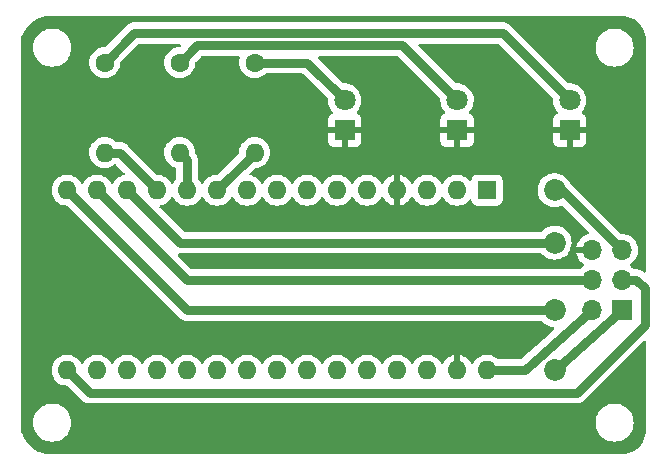
<source format=gbr>
%TF.GenerationSoftware,KiCad,Pcbnew,6.0.2+dfsg-1*%
%TF.CreationDate,2022-06-14T13:59:49-04:00*%
%TF.ProjectId,NanoISP,4e616e6f-4953-4502-9e6b-696361645f70,rev?*%
%TF.SameCoordinates,PX6521e48PY1aa54a0*%
%TF.FileFunction,Copper,L2,Bot*%
%TF.FilePolarity,Positive*%
%FSLAX46Y46*%
G04 Gerber Fmt 4.6, Leading zero omitted, Abs format (unit mm)*
G04 Created by KiCad (PCBNEW 6.0.2+dfsg-1) date 2022-06-14 13:59:49*
%MOMM*%
%LPD*%
G01*
G04 APERTURE LIST*
%TA.AperFunction,ComponentPad*%
%ADD10C,1.600000*%
%TD*%
%TA.AperFunction,ComponentPad*%
%ADD11O,1.600000X1.600000*%
%TD*%
%TA.AperFunction,ComponentPad*%
%ADD12R,1.800000X1.800000*%
%TD*%
%TA.AperFunction,ComponentPad*%
%ADD13C,1.800000*%
%TD*%
%TA.AperFunction,ComponentPad*%
%ADD14R,1.700000X1.700000*%
%TD*%
%TA.AperFunction,ComponentPad*%
%ADD15O,1.700000X1.700000*%
%TD*%
%TA.AperFunction,ComponentPad*%
%ADD16R,1.600000X1.600000*%
%TD*%
%TA.AperFunction,ViaPad*%
%ADD17C,1.850000*%
%TD*%
%TA.AperFunction,Conductor*%
%ADD18C,0.800000*%
%TD*%
G04 APERTURE END LIST*
D10*
%TO.P,R1,1*%
%TO.N,Net-(D1-Pad2)*%
X20320000Y-4445000D03*
D11*
%TO.P,R1,2*%
%TO.N,Net-(A1-Pad10)*%
X20320000Y-12065000D03*
%TD*%
D10*
%TO.P,R2,1*%
%TO.N,Net-(D2-Pad2)*%
X13970000Y-4445000D03*
D11*
%TO.P,R2,2*%
%TO.N,Net-(A1-Pad11)*%
X13970000Y-12065000D03*
%TD*%
D10*
%TO.P,R3,1*%
%TO.N,Net-(D3-Pad2)*%
X7620000Y-4445000D03*
D11*
%TO.P,R3,2*%
%TO.N,Net-(A1-Pad12)*%
X7620000Y-12065000D03*
%TD*%
D12*
%TO.P,D3,1,K*%
%TO.N,/GND*%
X46990000Y-10160000D03*
D13*
%TO.P,D3,2,A*%
%TO.N,Net-(D3-Pad2)*%
X46990000Y-7620000D03*
%TD*%
D14*
%TO.P,J1,1,Pin_1*%
%TO.N,Net-(A1-Pad15)*%
X51435000Y-25400000D03*
D15*
%TO.P,J1,2,Pin_2*%
%TO.N,Net-(A1-Pad30)*%
X48895000Y-25400000D03*
%TO.P,J1,3,Pin_3*%
%TO.N,Net-(A1-Pad16)*%
X51435000Y-22860000D03*
%TO.P,J1,4,Pin_4*%
%TO.N,Net-(A1-Pad14)*%
X48895000Y-22860000D03*
%TO.P,J1,5,Pin_5*%
%TO.N,Net-(A1-Pad13)*%
X51435000Y-20320000D03*
%TO.P,J1,6,Pin_6*%
%TO.N,/GND*%
X48895000Y-20320000D03*
%TD*%
D16*
%TO.P,A1,1,D1/TX*%
%TO.N,unconnected-(A1-Pad1)*%
X40005000Y-15240000D03*
D11*
%TO.P,A1,2,D0/RX*%
%TO.N,unconnected-(A1-Pad2)*%
X37465000Y-15240000D03*
%TO.P,A1,3,~{RESET}*%
%TO.N,unconnected-(A1-Pad3)*%
X34925000Y-15240000D03*
%TO.P,A1,4,GND*%
%TO.N,/GND*%
X32385000Y-15240000D03*
%TO.P,A1,5,D2*%
%TO.N,unconnected-(A1-Pad5)*%
X29845000Y-15240000D03*
%TO.P,A1,6,D3*%
%TO.N,unconnected-(A1-Pad6)*%
X27305000Y-15240000D03*
%TO.P,A1,7,D4*%
%TO.N,unconnected-(A1-Pad7)*%
X24765000Y-15240000D03*
%TO.P,A1,8,D5*%
%TO.N,unconnected-(A1-Pad8)*%
X22225000Y-15240000D03*
%TO.P,A1,9,D6*%
%TO.N,unconnected-(A1-Pad9)*%
X19685000Y-15240000D03*
%TO.P,A1,10,D7*%
%TO.N,Net-(A1-Pad10)*%
X17145000Y-15240000D03*
%TO.P,A1,11,D8*%
%TO.N,Net-(A1-Pad11)*%
X14605000Y-15240000D03*
%TO.P,A1,12,D9*%
%TO.N,Net-(A1-Pad12)*%
X12065000Y-15240000D03*
%TO.P,A1,13,D10*%
%TO.N,Net-(A1-Pad13)*%
X9525000Y-15240000D03*
%TO.P,A1,14,D11*%
%TO.N,Net-(A1-Pad14)*%
X6985000Y-15240000D03*
%TO.P,A1,15,D12*%
%TO.N,Net-(A1-Pad15)*%
X4445000Y-15240000D03*
%TO.P,A1,16,D13*%
%TO.N,Net-(A1-Pad16)*%
X4445000Y-30480000D03*
%TO.P,A1,17,3V3*%
%TO.N,unconnected-(A1-Pad17)*%
X6985000Y-30480000D03*
%TO.P,A1,18,AREF*%
%TO.N,unconnected-(A1-Pad18)*%
X9525000Y-30480000D03*
%TO.P,A1,19,A0*%
%TO.N,unconnected-(A1-Pad19)*%
X12065000Y-30480000D03*
%TO.P,A1,20,A1*%
%TO.N,unconnected-(A1-Pad20)*%
X14605000Y-30480000D03*
%TO.P,A1,21,A2*%
%TO.N,unconnected-(A1-Pad21)*%
X17145000Y-30480000D03*
%TO.P,A1,22,A3*%
%TO.N,unconnected-(A1-Pad22)*%
X19685000Y-30480000D03*
%TO.P,A1,23,A4*%
%TO.N,unconnected-(A1-Pad23)*%
X22225000Y-30480000D03*
%TO.P,A1,24,A5*%
%TO.N,unconnected-(A1-Pad24)*%
X24765000Y-30480000D03*
%TO.P,A1,25,A6*%
%TO.N,unconnected-(A1-Pad25)*%
X27305000Y-30480000D03*
%TO.P,A1,26,A7*%
%TO.N,unconnected-(A1-Pad26)*%
X29845000Y-30480000D03*
%TO.P,A1,27,+5V*%
%TO.N,unconnected-(A1-Pad27)*%
X32385000Y-30480000D03*
%TO.P,A1,28,~{RESET}*%
%TO.N,unconnected-(A1-Pad28)*%
X34925000Y-30480000D03*
%TO.P,A1,29,GND*%
%TO.N,/GND*%
X37465000Y-30480000D03*
%TO.P,A1,30,VIN*%
%TO.N,Net-(A1-Pad30)*%
X40005000Y-30480000D03*
%TD*%
D12*
%TO.P,D2,1,K*%
%TO.N,/GND*%
X37465000Y-10160000D03*
D13*
%TO.P,D2,2,A*%
%TO.N,Net-(D2-Pad2)*%
X37465000Y-7620000D03*
%TD*%
D12*
%TO.P,D1,1,K*%
%TO.N,/GND*%
X27940000Y-10160000D03*
D13*
%TO.P,D1,2,A*%
%TO.N,Net-(D1-Pad2)*%
X27940000Y-7620000D03*
%TD*%
D17*
%TO.N,Net-(A1-Pad15)*%
X45720000Y-30480000D03*
X45720000Y-25400000D03*
%TO.N,Net-(A1-Pad13)*%
X45720000Y-19685000D03*
X45720000Y-15240000D03*
%TD*%
D18*
%TO.N,Net-(A1-Pad13)*%
X45720000Y-15240000D02*
X46355000Y-15240000D01*
X46355000Y-15240000D02*
X51435000Y-20320000D01*
%TO.N,Net-(A1-Pad30)*%
X48895000Y-25400000D02*
X43180000Y-30480000D01*
X43180000Y-30480000D02*
X40005000Y-30480000D01*
%TO.N,Net-(A1-Pad10)*%
X20320000Y-12065000D02*
X17145000Y-15240000D01*
%TO.N,Net-(A1-Pad11)*%
X14605000Y-15240000D02*
X14605000Y-12700000D01*
X14605000Y-12700000D02*
X13970000Y-12065000D01*
%TO.N,Net-(A1-Pad12)*%
X8890000Y-12065000D02*
X7620000Y-12065000D01*
X12065000Y-15240000D02*
X8890000Y-12065000D01*
%TO.N,Net-(A1-Pad13)*%
X13970000Y-19685000D02*
X9525000Y-15240000D01*
X45720000Y-19685000D02*
X13970000Y-19685000D01*
%TO.N,Net-(A1-Pad14)*%
X6985000Y-15240000D02*
X14605000Y-22860000D01*
X14605000Y-22860000D02*
X48895000Y-22860000D01*
%TO.N,Net-(A1-Pad15)*%
X51435000Y-25400000D02*
X45720000Y-30480000D01*
X14605000Y-25400000D02*
X4445000Y-15240000D01*
X45720000Y-25400000D02*
X14605000Y-25400000D01*
%TO.N,Net-(A1-Pad16)*%
X51435000Y-22860000D02*
X52637081Y-22860000D01*
X53340000Y-26670000D02*
X47625000Y-32385000D01*
X53340000Y-23562919D02*
X53340000Y-26670000D01*
X6350000Y-32385000D02*
X4445000Y-30480000D01*
X47625000Y-32385000D02*
X6350000Y-32385000D01*
X52637081Y-22860000D02*
X53340000Y-23562919D01*
%TO.N,Net-(D1-Pad2)*%
X24765000Y-4445000D02*
X27940000Y-7620000D01*
X20320000Y-4445000D02*
X24765000Y-4445000D01*
%TO.N,Net-(D2-Pad2)*%
X32840489Y-2995489D02*
X37465000Y-7620000D01*
X13970000Y-4445000D02*
X15419511Y-2995489D01*
X15419511Y-2995489D02*
X32840489Y-2995489D01*
%TO.N,Net-(D3-Pad2)*%
X10119031Y-1945969D02*
X41315969Y-1945969D01*
X41315969Y-1945969D02*
X46990000Y-7620000D01*
X7620000Y-4445000D02*
X10119031Y-1945969D01*
%TD*%
%TA.AperFunction,Conductor*%
%TO.N,/GND*%
G36*
X51405057Y-509500D02*
G01*
X51419858Y-511805D01*
X51419861Y-511805D01*
X51428730Y-513186D01*
X51444999Y-511059D01*
X51469567Y-510266D01*
X51691985Y-524844D01*
X51708326Y-526995D01*
X51952824Y-575629D01*
X51968743Y-579895D01*
X52204790Y-660022D01*
X52220017Y-666329D01*
X52443592Y-776584D01*
X52457865Y-784825D01*
X52665133Y-923316D01*
X52678206Y-933346D01*
X52808205Y-1047352D01*
X52865632Y-1097714D01*
X52877286Y-1109368D01*
X52909090Y-1145633D01*
X53032844Y-1286747D01*
X53041651Y-1296790D01*
X53051684Y-1309867D01*
X53190175Y-1517135D01*
X53198416Y-1531408D01*
X53308671Y-1754983D01*
X53314978Y-1770210D01*
X53395105Y-2006257D01*
X53399371Y-2022176D01*
X53448005Y-2266673D01*
X53450156Y-2283014D01*
X53464264Y-2498268D01*
X53463239Y-2521304D01*
X53463196Y-2524854D01*
X53461814Y-2533730D01*
X53464274Y-2552539D01*
X53465936Y-2565251D01*
X53467000Y-2581589D01*
X53467000Y-22100916D01*
X53446998Y-22169037D01*
X53393342Y-22215530D01*
X53323068Y-22225634D01*
X53258488Y-22196140D01*
X53251905Y-22190011D01*
X53245822Y-22183928D01*
X53238363Y-22177888D01*
X53229865Y-22171006D01*
X53224850Y-22166722D01*
X53178936Y-22125381D01*
X53178931Y-22125377D01*
X53174025Y-22120960D01*
X53168309Y-22117660D01*
X53168305Y-22117657D01*
X53161844Y-22113927D01*
X53145547Y-22102727D01*
X53139741Y-22098025D01*
X53139739Y-22098024D01*
X53134611Y-22093871D01*
X53073658Y-22062814D01*
X53067863Y-22059667D01*
X53014360Y-22028777D01*
X53014359Y-22028776D01*
X53008637Y-22025473D01*
X53002355Y-22023432D01*
X53002353Y-22023431D01*
X52995255Y-22021125D01*
X52976988Y-22013559D01*
X52964451Y-22007171D01*
X52898380Y-21989467D01*
X52892078Y-21987600D01*
X52827009Y-21966458D01*
X52820444Y-21965768D01*
X52820435Y-21965766D01*
X52813006Y-21964985D01*
X52793572Y-21961383D01*
X52786367Y-21959453D01*
X52786365Y-21959453D01*
X52779984Y-21957743D01*
X52773393Y-21957398D01*
X52773389Y-21957397D01*
X52711697Y-21954164D01*
X52705123Y-21953647D01*
X52687965Y-21951844D01*
X52687963Y-21951844D01*
X52684691Y-21951500D01*
X52664155Y-21951500D01*
X52657561Y-21951327D01*
X52595863Y-21948093D01*
X52595858Y-21948093D01*
X52589271Y-21947748D01*
X52575373Y-21949949D01*
X52555664Y-21951500D01*
X52500856Y-21951500D01*
X52432735Y-21931498D01*
X52407662Y-21910299D01*
X52368148Y-21866873D01*
X52368145Y-21866870D01*
X52364670Y-21863051D01*
X52301600Y-21813241D01*
X52193414Y-21727800D01*
X52193410Y-21727798D01*
X52189359Y-21724598D01*
X52148053Y-21701796D01*
X52098084Y-21651364D01*
X52083312Y-21581921D01*
X52108428Y-21515516D01*
X52135780Y-21488909D01*
X52179603Y-21457650D01*
X52314860Y-21361173D01*
X52473096Y-21203489D01*
X52538648Y-21112264D01*
X52600435Y-21026277D01*
X52603453Y-21022077D01*
X52616995Y-20994678D01*
X52700136Y-20826453D01*
X52700137Y-20826451D01*
X52702430Y-20821811D01*
X52765719Y-20613502D01*
X52765865Y-20613023D01*
X52765865Y-20613021D01*
X52767370Y-20608069D01*
X52796529Y-20386590D01*
X52798156Y-20320000D01*
X52779852Y-20097361D01*
X52725431Y-19880702D01*
X52636354Y-19675840D01*
X52515014Y-19488277D01*
X52364670Y-19323051D01*
X52360619Y-19319852D01*
X52360615Y-19319848D01*
X52193414Y-19187800D01*
X52193410Y-19187798D01*
X52189359Y-19184598D01*
X52153028Y-19164542D01*
X52137136Y-19155769D01*
X51993789Y-19076638D01*
X51988920Y-19074914D01*
X51988916Y-19074912D01*
X51788087Y-19003795D01*
X51788083Y-19003794D01*
X51783212Y-19002069D01*
X51778119Y-19001162D01*
X51778116Y-19001161D01*
X51568373Y-18963800D01*
X51568367Y-18963799D01*
X51563284Y-18962894D01*
X51411512Y-18961040D01*
X51343642Y-18940207D01*
X51323957Y-18924144D01*
X47054981Y-14655168D01*
X47042140Y-14640135D01*
X47037746Y-14634087D01*
X47037745Y-14634086D01*
X47033866Y-14628747D01*
X47027216Y-14622759D01*
X47025903Y-14620935D01*
X47024543Y-14619425D01*
X47024708Y-14619276D01*
X46995979Y-14579368D01*
X46989738Y-14565014D01*
X46989736Y-14565011D01*
X46987678Y-14560277D01*
X46859640Y-14362359D01*
X46844047Y-14345222D01*
X46704473Y-14191833D01*
X46704471Y-14191832D01*
X46700995Y-14188011D01*
X46696944Y-14184812D01*
X46696940Y-14184808D01*
X46520061Y-14045117D01*
X46520057Y-14045115D01*
X46516006Y-14041915D01*
X46309639Y-13927995D01*
X46304770Y-13926271D01*
X46304766Y-13926269D01*
X46092311Y-13851035D01*
X46092307Y-13851034D01*
X46087436Y-13849309D01*
X46082343Y-13848402D01*
X46082340Y-13848401D01*
X45860456Y-13808877D01*
X45860450Y-13808876D01*
X45855367Y-13807971D01*
X45764523Y-13806861D01*
X45624830Y-13805154D01*
X45624828Y-13805154D01*
X45619661Y-13805091D01*
X45386651Y-13840747D01*
X45162593Y-13913980D01*
X45128229Y-13931869D01*
X44981908Y-14008039D01*
X44953504Y-14022825D01*
X44949371Y-14025928D01*
X44949368Y-14025930D01*
X44769135Y-14161253D01*
X44765000Y-14164358D01*
X44602143Y-14334777D01*
X44469307Y-14529508D01*
X44467133Y-14534192D01*
X44467131Y-14534195D01*
X44392119Y-14695795D01*
X44370059Y-14743319D01*
X44307065Y-14970468D01*
X44282016Y-15204856D01*
X44282313Y-15210008D01*
X44282313Y-15210012D01*
X44295288Y-15435029D01*
X44295289Y-15435035D01*
X44295586Y-15440188D01*
X44347408Y-15670144D01*
X44349352Y-15674930D01*
X44349353Y-15674935D01*
X44393964Y-15784797D01*
X44436093Y-15888548D01*
X44438792Y-15892952D01*
X44556306Y-16084717D01*
X44559258Y-16089535D01*
X44713595Y-16267707D01*
X44894960Y-16418279D01*
X44899412Y-16420881D01*
X44899417Y-16420884D01*
X45094024Y-16534603D01*
X45098482Y-16537208D01*
X45318696Y-16621299D01*
X45323762Y-16622330D01*
X45323763Y-16622330D01*
X45426611Y-16643254D01*
X45549686Y-16668294D01*
X45682389Y-16673160D01*
X45780087Y-16676743D01*
X45780091Y-16676743D01*
X45785251Y-16676932D01*
X45790371Y-16676276D01*
X45790373Y-16676276D01*
X45863235Y-16666942D01*
X46019063Y-16646980D01*
X46024012Y-16645495D01*
X46024018Y-16645494D01*
X46155465Y-16606058D01*
X46244844Y-16579243D01*
X46249483Y-16576970D01*
X46249489Y-16576968D01*
X46274455Y-16564737D01*
X46344429Y-16552731D01*
X46409786Y-16580462D01*
X46418981Y-16588794D01*
X48619068Y-18788881D01*
X48653094Y-18851193D01*
X48648029Y-18922008D01*
X48605482Y-18978844D01*
X48569118Y-18997741D01*
X48371868Y-19062212D01*
X48362359Y-19066209D01*
X48173463Y-19164542D01*
X48164738Y-19170036D01*
X47994433Y-19297905D01*
X47986726Y-19304748D01*
X47839590Y-19458717D01*
X47833104Y-19466727D01*
X47713098Y-19642649D01*
X47708000Y-19651623D01*
X47618338Y-19844783D01*
X47614775Y-19854470D01*
X47559389Y-20054183D01*
X47560912Y-20062607D01*
X47573292Y-20066000D01*
X49023000Y-20066000D01*
X49091121Y-20086002D01*
X49137614Y-20139658D01*
X49149000Y-20192000D01*
X49149000Y-20448000D01*
X49128998Y-20516121D01*
X49075342Y-20562614D01*
X49023000Y-20574000D01*
X47578225Y-20574000D01*
X47564694Y-20577973D01*
X47563257Y-20587966D01*
X47593565Y-20722446D01*
X47596645Y-20732275D01*
X47676770Y-20929603D01*
X47681413Y-20938794D01*
X47792694Y-21120388D01*
X47798777Y-21128699D01*
X47938213Y-21289667D01*
X47945580Y-21296883D01*
X48109434Y-21432916D01*
X48117881Y-21438831D01*
X48186969Y-21479203D01*
X48235693Y-21530842D01*
X48248764Y-21600625D01*
X48222033Y-21666396D01*
X48181584Y-21699752D01*
X48168607Y-21706507D01*
X48164474Y-21709610D01*
X48164471Y-21709612D01*
X48140247Y-21727800D01*
X47989965Y-21840635D01*
X47964892Y-21866873D01*
X47921241Y-21912551D01*
X47859717Y-21947981D01*
X47830147Y-21951500D01*
X15033503Y-21951500D01*
X14965382Y-21931498D01*
X14944408Y-21914595D01*
X13838408Y-20808595D01*
X13804382Y-20746283D01*
X13809447Y-20675468D01*
X13851994Y-20618632D01*
X13918514Y-20593821D01*
X13927503Y-20593500D01*
X13942925Y-20593500D01*
X13949519Y-20593673D01*
X14011217Y-20596907D01*
X14011222Y-20596907D01*
X14017809Y-20597252D01*
X14031707Y-20595051D01*
X14051416Y-20593500D01*
X44552780Y-20593500D01*
X44620901Y-20613502D01*
X44648017Y-20637003D01*
X44710204Y-20708793D01*
X44710208Y-20708797D01*
X44713595Y-20712707D01*
X44894960Y-20863279D01*
X44899412Y-20865881D01*
X44899417Y-20865884D01*
X45017038Y-20934616D01*
X45098482Y-20982208D01*
X45318696Y-21066299D01*
X45323762Y-21067330D01*
X45323763Y-21067330D01*
X45426611Y-21088254D01*
X45549686Y-21113294D01*
X45682389Y-21118160D01*
X45780087Y-21121743D01*
X45780091Y-21121743D01*
X45785251Y-21121932D01*
X45790371Y-21121276D01*
X45790373Y-21121276D01*
X45863235Y-21111942D01*
X46019063Y-21091980D01*
X46024012Y-21090495D01*
X46024018Y-21090494D01*
X46155465Y-21051058D01*
X46244844Y-21024243D01*
X46456529Y-20920539D01*
X46460732Y-20917541D01*
X46460737Y-20917538D01*
X46644231Y-20786653D01*
X46644233Y-20786651D01*
X46648435Y-20783654D01*
X46815407Y-20617264D01*
X46818455Y-20613023D01*
X46949943Y-20430037D01*
X46952961Y-20425837D01*
X47021730Y-20286695D01*
X47055109Y-20219157D01*
X47055110Y-20219155D01*
X47057403Y-20214515D01*
X47125928Y-19988972D01*
X47126603Y-19983846D01*
X47156259Y-19758587D01*
X47156259Y-19758583D01*
X47156696Y-19755266D01*
X47158413Y-19685000D01*
X47142596Y-19492617D01*
X47139522Y-19455221D01*
X47139521Y-19455215D01*
X47139098Y-19450070D01*
X47081673Y-19221449D01*
X46987678Y-19005277D01*
X46859640Y-18807359D01*
X46842827Y-18788881D01*
X46704473Y-18636833D01*
X46704471Y-18636832D01*
X46700995Y-18633011D01*
X46696944Y-18629812D01*
X46696940Y-18629808D01*
X46520061Y-18490117D01*
X46520057Y-18490115D01*
X46516006Y-18486915D01*
X46309639Y-18372995D01*
X46304770Y-18371271D01*
X46304766Y-18371269D01*
X46092311Y-18296035D01*
X46092307Y-18296034D01*
X46087436Y-18294309D01*
X46082343Y-18293402D01*
X46082340Y-18293401D01*
X45860456Y-18253877D01*
X45860450Y-18253876D01*
X45855367Y-18252971D01*
X45764523Y-18251861D01*
X45624830Y-18250154D01*
X45624828Y-18250154D01*
X45619661Y-18250091D01*
X45386651Y-18285747D01*
X45162593Y-18358980D01*
X44953504Y-18467825D01*
X44949371Y-18470928D01*
X44949368Y-18470930D01*
X44769135Y-18606253D01*
X44765000Y-18609358D01*
X44745458Y-18629808D01*
X44642496Y-18737551D01*
X44580972Y-18772981D01*
X44551402Y-18776500D01*
X14398503Y-18776500D01*
X14330382Y-18756498D01*
X14309408Y-18739595D01*
X12297769Y-16727956D01*
X12263743Y-16665644D01*
X12268808Y-16594829D01*
X12311355Y-16537993D01*
X12354252Y-16517154D01*
X12508936Y-16475706D01*
X12514243Y-16474284D01*
X12520235Y-16471490D01*
X12716762Y-16379849D01*
X12716767Y-16379846D01*
X12721749Y-16377523D01*
X12863458Y-16278297D01*
X12904789Y-16249357D01*
X12904792Y-16249355D01*
X12909300Y-16246198D01*
X13071198Y-16084300D01*
X13202523Y-15896749D01*
X13204846Y-15891767D01*
X13204849Y-15891762D01*
X13220805Y-15857543D01*
X13267722Y-15804258D01*
X13335999Y-15784797D01*
X13403959Y-15805339D01*
X13449195Y-15857543D01*
X13465151Y-15891762D01*
X13465154Y-15891767D01*
X13467477Y-15896749D01*
X13598802Y-16084300D01*
X13760700Y-16246198D01*
X13765208Y-16249355D01*
X13765211Y-16249357D01*
X13806542Y-16278297D01*
X13948251Y-16377523D01*
X13953233Y-16379846D01*
X13953238Y-16379849D01*
X14149765Y-16471490D01*
X14155757Y-16474284D01*
X14161065Y-16475706D01*
X14161067Y-16475707D01*
X14371598Y-16532119D01*
X14371600Y-16532119D01*
X14376913Y-16533543D01*
X14605000Y-16553498D01*
X14833087Y-16533543D01*
X14838400Y-16532119D01*
X14838402Y-16532119D01*
X15048933Y-16475707D01*
X15048935Y-16475706D01*
X15054243Y-16474284D01*
X15060235Y-16471490D01*
X15256762Y-16379849D01*
X15256767Y-16379846D01*
X15261749Y-16377523D01*
X15403458Y-16278297D01*
X15444789Y-16249357D01*
X15444792Y-16249355D01*
X15449300Y-16246198D01*
X15611198Y-16084300D01*
X15742523Y-15896749D01*
X15744846Y-15891767D01*
X15744849Y-15891762D01*
X15760805Y-15857543D01*
X15807722Y-15804258D01*
X15875999Y-15784797D01*
X15943959Y-15805339D01*
X15989195Y-15857543D01*
X16005151Y-15891762D01*
X16005154Y-15891767D01*
X16007477Y-15896749D01*
X16138802Y-16084300D01*
X16300700Y-16246198D01*
X16305208Y-16249355D01*
X16305211Y-16249357D01*
X16346542Y-16278297D01*
X16488251Y-16377523D01*
X16493233Y-16379846D01*
X16493238Y-16379849D01*
X16689765Y-16471490D01*
X16695757Y-16474284D01*
X16701065Y-16475706D01*
X16701067Y-16475707D01*
X16911598Y-16532119D01*
X16911600Y-16532119D01*
X16916913Y-16533543D01*
X17145000Y-16553498D01*
X17373087Y-16533543D01*
X17378400Y-16532119D01*
X17378402Y-16532119D01*
X17588933Y-16475707D01*
X17588935Y-16475706D01*
X17594243Y-16474284D01*
X17600235Y-16471490D01*
X17796762Y-16379849D01*
X17796767Y-16379846D01*
X17801749Y-16377523D01*
X17943458Y-16278297D01*
X17984789Y-16249357D01*
X17984792Y-16249355D01*
X17989300Y-16246198D01*
X18151198Y-16084300D01*
X18282523Y-15896749D01*
X18284846Y-15891767D01*
X18284849Y-15891762D01*
X18300805Y-15857543D01*
X18347722Y-15804258D01*
X18415999Y-15784797D01*
X18483959Y-15805339D01*
X18529195Y-15857543D01*
X18545151Y-15891762D01*
X18545154Y-15891767D01*
X18547477Y-15896749D01*
X18678802Y-16084300D01*
X18840700Y-16246198D01*
X18845208Y-16249355D01*
X18845211Y-16249357D01*
X18886542Y-16278297D01*
X19028251Y-16377523D01*
X19033233Y-16379846D01*
X19033238Y-16379849D01*
X19229765Y-16471490D01*
X19235757Y-16474284D01*
X19241065Y-16475706D01*
X19241067Y-16475707D01*
X19451598Y-16532119D01*
X19451600Y-16532119D01*
X19456913Y-16533543D01*
X19685000Y-16553498D01*
X19913087Y-16533543D01*
X19918400Y-16532119D01*
X19918402Y-16532119D01*
X20128933Y-16475707D01*
X20128935Y-16475706D01*
X20134243Y-16474284D01*
X20140235Y-16471490D01*
X20336762Y-16379849D01*
X20336767Y-16379846D01*
X20341749Y-16377523D01*
X20483458Y-16278297D01*
X20524789Y-16249357D01*
X20524792Y-16249355D01*
X20529300Y-16246198D01*
X20691198Y-16084300D01*
X20822523Y-15896749D01*
X20824846Y-15891767D01*
X20824849Y-15891762D01*
X20840805Y-15857543D01*
X20887722Y-15804258D01*
X20955999Y-15784797D01*
X21023959Y-15805339D01*
X21069195Y-15857543D01*
X21085151Y-15891762D01*
X21085154Y-15891767D01*
X21087477Y-15896749D01*
X21218802Y-16084300D01*
X21380700Y-16246198D01*
X21385208Y-16249355D01*
X21385211Y-16249357D01*
X21426542Y-16278297D01*
X21568251Y-16377523D01*
X21573233Y-16379846D01*
X21573238Y-16379849D01*
X21769765Y-16471490D01*
X21775757Y-16474284D01*
X21781065Y-16475706D01*
X21781067Y-16475707D01*
X21991598Y-16532119D01*
X21991600Y-16532119D01*
X21996913Y-16533543D01*
X22225000Y-16553498D01*
X22453087Y-16533543D01*
X22458400Y-16532119D01*
X22458402Y-16532119D01*
X22668933Y-16475707D01*
X22668935Y-16475706D01*
X22674243Y-16474284D01*
X22680235Y-16471490D01*
X22876762Y-16379849D01*
X22876767Y-16379846D01*
X22881749Y-16377523D01*
X23023458Y-16278297D01*
X23064789Y-16249357D01*
X23064792Y-16249355D01*
X23069300Y-16246198D01*
X23231198Y-16084300D01*
X23362523Y-15896749D01*
X23364846Y-15891767D01*
X23364849Y-15891762D01*
X23380805Y-15857543D01*
X23427722Y-15804258D01*
X23495999Y-15784797D01*
X23563959Y-15805339D01*
X23609195Y-15857543D01*
X23625151Y-15891762D01*
X23625154Y-15891767D01*
X23627477Y-15896749D01*
X23758802Y-16084300D01*
X23920700Y-16246198D01*
X23925208Y-16249355D01*
X23925211Y-16249357D01*
X23966542Y-16278297D01*
X24108251Y-16377523D01*
X24113233Y-16379846D01*
X24113238Y-16379849D01*
X24309765Y-16471490D01*
X24315757Y-16474284D01*
X24321065Y-16475706D01*
X24321067Y-16475707D01*
X24531598Y-16532119D01*
X24531600Y-16532119D01*
X24536913Y-16533543D01*
X24765000Y-16553498D01*
X24993087Y-16533543D01*
X24998400Y-16532119D01*
X24998402Y-16532119D01*
X25208933Y-16475707D01*
X25208935Y-16475706D01*
X25214243Y-16474284D01*
X25220235Y-16471490D01*
X25416762Y-16379849D01*
X25416767Y-16379846D01*
X25421749Y-16377523D01*
X25563458Y-16278297D01*
X25604789Y-16249357D01*
X25604792Y-16249355D01*
X25609300Y-16246198D01*
X25771198Y-16084300D01*
X25902523Y-15896749D01*
X25904846Y-15891767D01*
X25904849Y-15891762D01*
X25920805Y-15857543D01*
X25967722Y-15804258D01*
X26035999Y-15784797D01*
X26103959Y-15805339D01*
X26149195Y-15857543D01*
X26165151Y-15891762D01*
X26165154Y-15891767D01*
X26167477Y-15896749D01*
X26298802Y-16084300D01*
X26460700Y-16246198D01*
X26465208Y-16249355D01*
X26465211Y-16249357D01*
X26506542Y-16278297D01*
X26648251Y-16377523D01*
X26653233Y-16379846D01*
X26653238Y-16379849D01*
X26849765Y-16471490D01*
X26855757Y-16474284D01*
X26861065Y-16475706D01*
X26861067Y-16475707D01*
X27071598Y-16532119D01*
X27071600Y-16532119D01*
X27076913Y-16533543D01*
X27305000Y-16553498D01*
X27533087Y-16533543D01*
X27538400Y-16532119D01*
X27538402Y-16532119D01*
X27748933Y-16475707D01*
X27748935Y-16475706D01*
X27754243Y-16474284D01*
X27760235Y-16471490D01*
X27956762Y-16379849D01*
X27956767Y-16379846D01*
X27961749Y-16377523D01*
X28103458Y-16278297D01*
X28144789Y-16249357D01*
X28144792Y-16249355D01*
X28149300Y-16246198D01*
X28311198Y-16084300D01*
X28442523Y-15896749D01*
X28444846Y-15891767D01*
X28444849Y-15891762D01*
X28460805Y-15857543D01*
X28507722Y-15804258D01*
X28575999Y-15784797D01*
X28643959Y-15805339D01*
X28689195Y-15857543D01*
X28705151Y-15891762D01*
X28705154Y-15891767D01*
X28707477Y-15896749D01*
X28838802Y-16084300D01*
X29000700Y-16246198D01*
X29005208Y-16249355D01*
X29005211Y-16249357D01*
X29046542Y-16278297D01*
X29188251Y-16377523D01*
X29193233Y-16379846D01*
X29193238Y-16379849D01*
X29389765Y-16471490D01*
X29395757Y-16474284D01*
X29401065Y-16475706D01*
X29401067Y-16475707D01*
X29611598Y-16532119D01*
X29611600Y-16532119D01*
X29616913Y-16533543D01*
X29845000Y-16553498D01*
X30073087Y-16533543D01*
X30078400Y-16532119D01*
X30078402Y-16532119D01*
X30288933Y-16475707D01*
X30288935Y-16475706D01*
X30294243Y-16474284D01*
X30300235Y-16471490D01*
X30496762Y-16379849D01*
X30496767Y-16379846D01*
X30501749Y-16377523D01*
X30643458Y-16278297D01*
X30684789Y-16249357D01*
X30684792Y-16249355D01*
X30689300Y-16246198D01*
X30851198Y-16084300D01*
X30982523Y-15896749D01*
X30984846Y-15891767D01*
X30984849Y-15891762D01*
X31001081Y-15856951D01*
X31047998Y-15803666D01*
X31116275Y-15784205D01*
X31184235Y-15804747D01*
X31229471Y-15856951D01*
X31245586Y-15891511D01*
X31251069Y-15901007D01*
X31376028Y-16079467D01*
X31383084Y-16087875D01*
X31537125Y-16241916D01*
X31545533Y-16248972D01*
X31723993Y-16373931D01*
X31733489Y-16379414D01*
X31930947Y-16471490D01*
X31941239Y-16475236D01*
X32113503Y-16521394D01*
X32127599Y-16521058D01*
X32131000Y-16513116D01*
X32131000Y-16507967D01*
X32639000Y-16507967D01*
X32642973Y-16521498D01*
X32651522Y-16522727D01*
X32828761Y-16475236D01*
X32839053Y-16471490D01*
X33036511Y-16379414D01*
X33046007Y-16373931D01*
X33224467Y-16248972D01*
X33232875Y-16241916D01*
X33386916Y-16087875D01*
X33393972Y-16079467D01*
X33518931Y-15901007D01*
X33524414Y-15891511D01*
X33540529Y-15856951D01*
X33587446Y-15803666D01*
X33655723Y-15784205D01*
X33723683Y-15804747D01*
X33768919Y-15856951D01*
X33785151Y-15891762D01*
X33785154Y-15891767D01*
X33787477Y-15896749D01*
X33918802Y-16084300D01*
X34080700Y-16246198D01*
X34085208Y-16249355D01*
X34085211Y-16249357D01*
X34126542Y-16278297D01*
X34268251Y-16377523D01*
X34273233Y-16379846D01*
X34273238Y-16379849D01*
X34469765Y-16471490D01*
X34475757Y-16474284D01*
X34481065Y-16475706D01*
X34481067Y-16475707D01*
X34691598Y-16532119D01*
X34691600Y-16532119D01*
X34696913Y-16533543D01*
X34925000Y-16553498D01*
X35153087Y-16533543D01*
X35158400Y-16532119D01*
X35158402Y-16532119D01*
X35368933Y-16475707D01*
X35368935Y-16475706D01*
X35374243Y-16474284D01*
X35380235Y-16471490D01*
X35576762Y-16379849D01*
X35576767Y-16379846D01*
X35581749Y-16377523D01*
X35723458Y-16278297D01*
X35764789Y-16249357D01*
X35764792Y-16249355D01*
X35769300Y-16246198D01*
X35931198Y-16084300D01*
X36062523Y-15896749D01*
X36064846Y-15891767D01*
X36064849Y-15891762D01*
X36080805Y-15857543D01*
X36127722Y-15804258D01*
X36195999Y-15784797D01*
X36263959Y-15805339D01*
X36309195Y-15857543D01*
X36325151Y-15891762D01*
X36325154Y-15891767D01*
X36327477Y-15896749D01*
X36458802Y-16084300D01*
X36620700Y-16246198D01*
X36625208Y-16249355D01*
X36625211Y-16249357D01*
X36666542Y-16278297D01*
X36808251Y-16377523D01*
X36813233Y-16379846D01*
X36813238Y-16379849D01*
X37009765Y-16471490D01*
X37015757Y-16474284D01*
X37021065Y-16475706D01*
X37021067Y-16475707D01*
X37231598Y-16532119D01*
X37231600Y-16532119D01*
X37236913Y-16533543D01*
X37465000Y-16553498D01*
X37693087Y-16533543D01*
X37698400Y-16532119D01*
X37698402Y-16532119D01*
X37908933Y-16475707D01*
X37908935Y-16475706D01*
X37914243Y-16474284D01*
X37920235Y-16471490D01*
X38116762Y-16379849D01*
X38116767Y-16379846D01*
X38121749Y-16377523D01*
X38263458Y-16278297D01*
X38304789Y-16249357D01*
X38304792Y-16249355D01*
X38309300Y-16246198D01*
X38471198Y-16084300D01*
X38474357Y-16079789D01*
X38477892Y-16075576D01*
X38479026Y-16076527D01*
X38529071Y-16036529D01*
X38599690Y-16029224D01*
X38663049Y-16061258D01*
X38699030Y-16122462D01*
X38702082Y-16139517D01*
X38703255Y-16150316D01*
X38754385Y-16286705D01*
X38841739Y-16403261D01*
X38958295Y-16490615D01*
X39094684Y-16541745D01*
X39156866Y-16548500D01*
X40853134Y-16548500D01*
X40915316Y-16541745D01*
X41051705Y-16490615D01*
X41168261Y-16403261D01*
X41255615Y-16286705D01*
X41306745Y-16150316D01*
X41313500Y-16088134D01*
X41313500Y-14391866D01*
X41306745Y-14329684D01*
X41255615Y-14193295D01*
X41168261Y-14076739D01*
X41051705Y-13989385D01*
X40915316Y-13938255D01*
X40853134Y-13931500D01*
X39156866Y-13931500D01*
X39094684Y-13938255D01*
X38958295Y-13989385D01*
X38841739Y-14076739D01*
X38754385Y-14193295D01*
X38703255Y-14329684D01*
X38702083Y-14340474D01*
X38701197Y-14342606D01*
X38700575Y-14345222D01*
X38700152Y-14345121D01*
X38674845Y-14406035D01*
X38616483Y-14446463D01*
X38545529Y-14448922D01*
X38484510Y-14412629D01*
X38477511Y-14403969D01*
X38474354Y-14400207D01*
X38471198Y-14395700D01*
X38309300Y-14233802D01*
X38304792Y-14230645D01*
X38304789Y-14230643D01*
X38210124Y-14164358D01*
X38121749Y-14102477D01*
X38116767Y-14100154D01*
X38116762Y-14100151D01*
X37919225Y-14008039D01*
X37919224Y-14008039D01*
X37914243Y-14005716D01*
X37908935Y-14004294D01*
X37908933Y-14004293D01*
X37698402Y-13947881D01*
X37698400Y-13947881D01*
X37693087Y-13946457D01*
X37465000Y-13926502D01*
X37236913Y-13946457D01*
X37231600Y-13947881D01*
X37231598Y-13947881D01*
X37021067Y-14004293D01*
X37021065Y-14004294D01*
X37015757Y-14005716D01*
X37010776Y-14008039D01*
X37010775Y-14008039D01*
X36813238Y-14100151D01*
X36813233Y-14100154D01*
X36808251Y-14102477D01*
X36719876Y-14164358D01*
X36625211Y-14230643D01*
X36625208Y-14230645D01*
X36620700Y-14233802D01*
X36458802Y-14395700D01*
X36327477Y-14583251D01*
X36325154Y-14588233D01*
X36325151Y-14588238D01*
X36309195Y-14622457D01*
X36262278Y-14675742D01*
X36194001Y-14695203D01*
X36126041Y-14674661D01*
X36080805Y-14622457D01*
X36064849Y-14588238D01*
X36064846Y-14588233D01*
X36062523Y-14583251D01*
X35931198Y-14395700D01*
X35769300Y-14233802D01*
X35764792Y-14230645D01*
X35764789Y-14230643D01*
X35670124Y-14164358D01*
X35581749Y-14102477D01*
X35576767Y-14100154D01*
X35576762Y-14100151D01*
X35379225Y-14008039D01*
X35379224Y-14008039D01*
X35374243Y-14005716D01*
X35368935Y-14004294D01*
X35368933Y-14004293D01*
X35158402Y-13947881D01*
X35158400Y-13947881D01*
X35153087Y-13946457D01*
X34925000Y-13926502D01*
X34696913Y-13946457D01*
X34691600Y-13947881D01*
X34691598Y-13947881D01*
X34481067Y-14004293D01*
X34481065Y-14004294D01*
X34475757Y-14005716D01*
X34470776Y-14008039D01*
X34470775Y-14008039D01*
X34273238Y-14100151D01*
X34273233Y-14100154D01*
X34268251Y-14102477D01*
X34179876Y-14164358D01*
X34085211Y-14230643D01*
X34085208Y-14230645D01*
X34080700Y-14233802D01*
X33918802Y-14395700D01*
X33787477Y-14583251D01*
X33785154Y-14588233D01*
X33785151Y-14588238D01*
X33768919Y-14623049D01*
X33722002Y-14676334D01*
X33653725Y-14695795D01*
X33585765Y-14675253D01*
X33540529Y-14623049D01*
X33524414Y-14588489D01*
X33518931Y-14578993D01*
X33393972Y-14400533D01*
X33386916Y-14392125D01*
X33232875Y-14238084D01*
X33224467Y-14231028D01*
X33046007Y-14106069D01*
X33036511Y-14100586D01*
X32839053Y-14008510D01*
X32828761Y-14004764D01*
X32656497Y-13958606D01*
X32642401Y-13958942D01*
X32639000Y-13966884D01*
X32639000Y-16507967D01*
X32131000Y-16507967D01*
X32131000Y-13972033D01*
X32127027Y-13958502D01*
X32118478Y-13957273D01*
X31941239Y-14004764D01*
X31930947Y-14008510D01*
X31733489Y-14100586D01*
X31723993Y-14106069D01*
X31545533Y-14231028D01*
X31537125Y-14238084D01*
X31383084Y-14392125D01*
X31376028Y-14400533D01*
X31251069Y-14578993D01*
X31245586Y-14588489D01*
X31229471Y-14623049D01*
X31182554Y-14676334D01*
X31114277Y-14695795D01*
X31046317Y-14675253D01*
X31001081Y-14623049D01*
X30984849Y-14588238D01*
X30984846Y-14588233D01*
X30982523Y-14583251D01*
X30851198Y-14395700D01*
X30689300Y-14233802D01*
X30684792Y-14230645D01*
X30684789Y-14230643D01*
X30590124Y-14164358D01*
X30501749Y-14102477D01*
X30496767Y-14100154D01*
X30496762Y-14100151D01*
X30299225Y-14008039D01*
X30299224Y-14008039D01*
X30294243Y-14005716D01*
X30288935Y-14004294D01*
X30288933Y-14004293D01*
X30078402Y-13947881D01*
X30078400Y-13947881D01*
X30073087Y-13946457D01*
X29845000Y-13926502D01*
X29616913Y-13946457D01*
X29611600Y-13947881D01*
X29611598Y-13947881D01*
X29401067Y-14004293D01*
X29401065Y-14004294D01*
X29395757Y-14005716D01*
X29390776Y-14008039D01*
X29390775Y-14008039D01*
X29193238Y-14100151D01*
X29193233Y-14100154D01*
X29188251Y-14102477D01*
X29099876Y-14164358D01*
X29005211Y-14230643D01*
X29005208Y-14230645D01*
X29000700Y-14233802D01*
X28838802Y-14395700D01*
X28707477Y-14583251D01*
X28705154Y-14588233D01*
X28705151Y-14588238D01*
X28689195Y-14622457D01*
X28642278Y-14675742D01*
X28574001Y-14695203D01*
X28506041Y-14674661D01*
X28460805Y-14622457D01*
X28444849Y-14588238D01*
X28444846Y-14588233D01*
X28442523Y-14583251D01*
X28311198Y-14395700D01*
X28149300Y-14233802D01*
X28144792Y-14230645D01*
X28144789Y-14230643D01*
X28050124Y-14164358D01*
X27961749Y-14102477D01*
X27956767Y-14100154D01*
X27956762Y-14100151D01*
X27759225Y-14008039D01*
X27759224Y-14008039D01*
X27754243Y-14005716D01*
X27748935Y-14004294D01*
X27748933Y-14004293D01*
X27538402Y-13947881D01*
X27538400Y-13947881D01*
X27533087Y-13946457D01*
X27305000Y-13926502D01*
X27076913Y-13946457D01*
X27071600Y-13947881D01*
X27071598Y-13947881D01*
X26861067Y-14004293D01*
X26861065Y-14004294D01*
X26855757Y-14005716D01*
X26850776Y-14008039D01*
X26850775Y-14008039D01*
X26653238Y-14100151D01*
X26653233Y-14100154D01*
X26648251Y-14102477D01*
X26559876Y-14164358D01*
X26465211Y-14230643D01*
X26465208Y-14230645D01*
X26460700Y-14233802D01*
X26298802Y-14395700D01*
X26167477Y-14583251D01*
X26165154Y-14588233D01*
X26165151Y-14588238D01*
X26149195Y-14622457D01*
X26102278Y-14675742D01*
X26034001Y-14695203D01*
X25966041Y-14674661D01*
X25920805Y-14622457D01*
X25904849Y-14588238D01*
X25904846Y-14588233D01*
X25902523Y-14583251D01*
X25771198Y-14395700D01*
X25609300Y-14233802D01*
X25604792Y-14230645D01*
X25604789Y-14230643D01*
X25510124Y-14164358D01*
X25421749Y-14102477D01*
X25416767Y-14100154D01*
X25416762Y-14100151D01*
X25219225Y-14008039D01*
X25219224Y-14008039D01*
X25214243Y-14005716D01*
X25208935Y-14004294D01*
X25208933Y-14004293D01*
X24998402Y-13947881D01*
X24998400Y-13947881D01*
X24993087Y-13946457D01*
X24765000Y-13926502D01*
X24536913Y-13946457D01*
X24531600Y-13947881D01*
X24531598Y-13947881D01*
X24321067Y-14004293D01*
X24321065Y-14004294D01*
X24315757Y-14005716D01*
X24310776Y-14008039D01*
X24310775Y-14008039D01*
X24113238Y-14100151D01*
X24113233Y-14100154D01*
X24108251Y-14102477D01*
X24019876Y-14164358D01*
X23925211Y-14230643D01*
X23925208Y-14230645D01*
X23920700Y-14233802D01*
X23758802Y-14395700D01*
X23627477Y-14583251D01*
X23625154Y-14588233D01*
X23625151Y-14588238D01*
X23609195Y-14622457D01*
X23562278Y-14675742D01*
X23494001Y-14695203D01*
X23426041Y-14674661D01*
X23380805Y-14622457D01*
X23364849Y-14588238D01*
X23364846Y-14588233D01*
X23362523Y-14583251D01*
X23231198Y-14395700D01*
X23069300Y-14233802D01*
X23064792Y-14230645D01*
X23064789Y-14230643D01*
X22970124Y-14164358D01*
X22881749Y-14102477D01*
X22876767Y-14100154D01*
X22876762Y-14100151D01*
X22679225Y-14008039D01*
X22679224Y-14008039D01*
X22674243Y-14005716D01*
X22668935Y-14004294D01*
X22668933Y-14004293D01*
X22458402Y-13947881D01*
X22458400Y-13947881D01*
X22453087Y-13946457D01*
X22225000Y-13926502D01*
X21996913Y-13946457D01*
X21991600Y-13947881D01*
X21991598Y-13947881D01*
X21781067Y-14004293D01*
X21781065Y-14004294D01*
X21775757Y-14005716D01*
X21770776Y-14008039D01*
X21770775Y-14008039D01*
X21573238Y-14100151D01*
X21573233Y-14100154D01*
X21568251Y-14102477D01*
X21479876Y-14164358D01*
X21385211Y-14230643D01*
X21385208Y-14230645D01*
X21380700Y-14233802D01*
X21218802Y-14395700D01*
X21087477Y-14583251D01*
X21085154Y-14588233D01*
X21085151Y-14588238D01*
X21069195Y-14622457D01*
X21022278Y-14675742D01*
X20954001Y-14695203D01*
X20886041Y-14674661D01*
X20840805Y-14622457D01*
X20824849Y-14588238D01*
X20824846Y-14588233D01*
X20822523Y-14583251D01*
X20691198Y-14395700D01*
X20529300Y-14233802D01*
X20524792Y-14230645D01*
X20524789Y-14230643D01*
X20430124Y-14164358D01*
X20341749Y-14102477D01*
X20336767Y-14100154D01*
X20336762Y-14100151D01*
X20139225Y-14008039D01*
X20139224Y-14008039D01*
X20134243Y-14005716D01*
X20093396Y-13994771D01*
X19974252Y-13962846D01*
X19913630Y-13925894D01*
X19882608Y-13862033D01*
X19891037Y-13791539D01*
X19917769Y-13752044D01*
X20256136Y-13413677D01*
X20318448Y-13379651D01*
X20334246Y-13377252D01*
X20412904Y-13370370D01*
X20542606Y-13359023D01*
X20542611Y-13359022D01*
X20548087Y-13358543D01*
X20553400Y-13357119D01*
X20553402Y-13357119D01*
X20763933Y-13300707D01*
X20763935Y-13300706D01*
X20769243Y-13299284D01*
X20774229Y-13296959D01*
X20971762Y-13204849D01*
X20971767Y-13204846D01*
X20976749Y-13202523D01*
X21144042Y-13085383D01*
X21159789Y-13074357D01*
X21159792Y-13074355D01*
X21164300Y-13071198D01*
X21326198Y-12909300D01*
X21457523Y-12721749D01*
X21459846Y-12716767D01*
X21459849Y-12716762D01*
X21551961Y-12519225D01*
X21551961Y-12519224D01*
X21554284Y-12514243D01*
X21572830Y-12445031D01*
X21612119Y-12298402D01*
X21612119Y-12298400D01*
X21613543Y-12293087D01*
X21633498Y-12065000D01*
X21613543Y-11836913D01*
X21554284Y-11615757D01*
X21502538Y-11504786D01*
X21459849Y-11413238D01*
X21459846Y-11413233D01*
X21457523Y-11408251D01*
X21378836Y-11295875D01*
X21329357Y-11225211D01*
X21329355Y-11225208D01*
X21326198Y-11220700D01*
X21210167Y-11104669D01*
X26532001Y-11104669D01*
X26532371Y-11111490D01*
X26537895Y-11162352D01*
X26541521Y-11177604D01*
X26586676Y-11298054D01*
X26595214Y-11313649D01*
X26671715Y-11415724D01*
X26684276Y-11428285D01*
X26786351Y-11504786D01*
X26801946Y-11513324D01*
X26922394Y-11558478D01*
X26937649Y-11562105D01*
X26988514Y-11567631D01*
X26995328Y-11568000D01*
X27667885Y-11568000D01*
X27683124Y-11563525D01*
X27684329Y-11562135D01*
X27686000Y-11554452D01*
X27686000Y-11549884D01*
X28194000Y-11549884D01*
X28198475Y-11565123D01*
X28199865Y-11566328D01*
X28207548Y-11567999D01*
X28884669Y-11567999D01*
X28891490Y-11567629D01*
X28942352Y-11562105D01*
X28957604Y-11558479D01*
X29078054Y-11513324D01*
X29093649Y-11504786D01*
X29195724Y-11428285D01*
X29208285Y-11415724D01*
X29284786Y-11313649D01*
X29293324Y-11298054D01*
X29338478Y-11177606D01*
X29342105Y-11162351D01*
X29347631Y-11111486D01*
X29348000Y-11104672D01*
X29348000Y-11104669D01*
X36057001Y-11104669D01*
X36057371Y-11111490D01*
X36062895Y-11162352D01*
X36066521Y-11177604D01*
X36111676Y-11298054D01*
X36120214Y-11313649D01*
X36196715Y-11415724D01*
X36209276Y-11428285D01*
X36311351Y-11504786D01*
X36326946Y-11513324D01*
X36447394Y-11558478D01*
X36462649Y-11562105D01*
X36513514Y-11567631D01*
X36520328Y-11568000D01*
X37192885Y-11568000D01*
X37208124Y-11563525D01*
X37209329Y-11562135D01*
X37211000Y-11554452D01*
X37211000Y-11549884D01*
X37719000Y-11549884D01*
X37723475Y-11565123D01*
X37724865Y-11566328D01*
X37732548Y-11567999D01*
X38409669Y-11567999D01*
X38416490Y-11567629D01*
X38467352Y-11562105D01*
X38482604Y-11558479D01*
X38603054Y-11513324D01*
X38618649Y-11504786D01*
X38720724Y-11428285D01*
X38733285Y-11415724D01*
X38809786Y-11313649D01*
X38818324Y-11298054D01*
X38863478Y-11177606D01*
X38867105Y-11162351D01*
X38872631Y-11111486D01*
X38873000Y-11104672D01*
X38873000Y-11104669D01*
X45582001Y-11104669D01*
X45582371Y-11111490D01*
X45587895Y-11162352D01*
X45591521Y-11177604D01*
X45636676Y-11298054D01*
X45645214Y-11313649D01*
X45721715Y-11415724D01*
X45734276Y-11428285D01*
X45836351Y-11504786D01*
X45851946Y-11513324D01*
X45972394Y-11558478D01*
X45987649Y-11562105D01*
X46038514Y-11567631D01*
X46045328Y-11568000D01*
X46717885Y-11568000D01*
X46733124Y-11563525D01*
X46734329Y-11562135D01*
X46736000Y-11554452D01*
X46736000Y-11549884D01*
X47244000Y-11549884D01*
X47248475Y-11565123D01*
X47249865Y-11566328D01*
X47257548Y-11567999D01*
X47934669Y-11567999D01*
X47941490Y-11567629D01*
X47992352Y-11562105D01*
X48007604Y-11558479D01*
X48128054Y-11513324D01*
X48143649Y-11504786D01*
X48245724Y-11428285D01*
X48258285Y-11415724D01*
X48334786Y-11313649D01*
X48343324Y-11298054D01*
X48388478Y-11177606D01*
X48392105Y-11162351D01*
X48397631Y-11111486D01*
X48398000Y-11104672D01*
X48398000Y-10432115D01*
X48393525Y-10416876D01*
X48392135Y-10415671D01*
X48384452Y-10414000D01*
X47262115Y-10414000D01*
X47246876Y-10418475D01*
X47245671Y-10419865D01*
X47244000Y-10427548D01*
X47244000Y-11549884D01*
X46736000Y-11549884D01*
X46736000Y-10432115D01*
X46731525Y-10416876D01*
X46730135Y-10415671D01*
X46722452Y-10414000D01*
X45600116Y-10414000D01*
X45584877Y-10418475D01*
X45583672Y-10419865D01*
X45582001Y-10427548D01*
X45582001Y-11104669D01*
X38873000Y-11104669D01*
X38873000Y-10432115D01*
X38868525Y-10416876D01*
X38867135Y-10415671D01*
X38859452Y-10414000D01*
X37737115Y-10414000D01*
X37721876Y-10418475D01*
X37720671Y-10419865D01*
X37719000Y-10427548D01*
X37719000Y-11549884D01*
X37211000Y-11549884D01*
X37211000Y-10432115D01*
X37206525Y-10416876D01*
X37205135Y-10415671D01*
X37197452Y-10414000D01*
X36075116Y-10414000D01*
X36059877Y-10418475D01*
X36058672Y-10419865D01*
X36057001Y-10427548D01*
X36057001Y-11104669D01*
X29348000Y-11104669D01*
X29348000Y-10432115D01*
X29343525Y-10416876D01*
X29342135Y-10415671D01*
X29334452Y-10414000D01*
X28212115Y-10414000D01*
X28196876Y-10418475D01*
X28195671Y-10419865D01*
X28194000Y-10427548D01*
X28194000Y-11549884D01*
X27686000Y-11549884D01*
X27686000Y-10432115D01*
X27681525Y-10416876D01*
X27680135Y-10415671D01*
X27672452Y-10414000D01*
X26550116Y-10414000D01*
X26534877Y-10418475D01*
X26533672Y-10419865D01*
X26532001Y-10427548D01*
X26532001Y-11104669D01*
X21210167Y-11104669D01*
X21164300Y-11058802D01*
X21159792Y-11055645D01*
X21159789Y-11055643D01*
X21081611Y-11000902D01*
X20976749Y-10927477D01*
X20971767Y-10925154D01*
X20971762Y-10925151D01*
X20774225Y-10833039D01*
X20774224Y-10833039D01*
X20769243Y-10830716D01*
X20763935Y-10829294D01*
X20763933Y-10829293D01*
X20553402Y-10772881D01*
X20553400Y-10772881D01*
X20548087Y-10771457D01*
X20320000Y-10751502D01*
X20091913Y-10771457D01*
X20086600Y-10772881D01*
X20086598Y-10772881D01*
X19876067Y-10829293D01*
X19876065Y-10829294D01*
X19870757Y-10830716D01*
X19865776Y-10833039D01*
X19865775Y-10833039D01*
X19668238Y-10925151D01*
X19668233Y-10925154D01*
X19663251Y-10927477D01*
X19558389Y-11000902D01*
X19480211Y-11055643D01*
X19480208Y-11055645D01*
X19475700Y-11058802D01*
X19313802Y-11220700D01*
X19310645Y-11225208D01*
X19310643Y-11225211D01*
X19261164Y-11295875D01*
X19182477Y-11408251D01*
X19180154Y-11413233D01*
X19180151Y-11413238D01*
X19137462Y-11504786D01*
X19085716Y-11615757D01*
X19026457Y-11836913D01*
X19025978Y-11842389D01*
X19025977Y-11842394D01*
X19007749Y-12050750D01*
X18981886Y-12116869D01*
X18971323Y-12128864D01*
X17208864Y-13891323D01*
X17146552Y-13925349D01*
X17130754Y-13927748D01*
X17052096Y-13934630D01*
X16922394Y-13945977D01*
X16922389Y-13945978D01*
X16916913Y-13946457D01*
X16911600Y-13947881D01*
X16911598Y-13947881D01*
X16701067Y-14004293D01*
X16701065Y-14004294D01*
X16695757Y-14005716D01*
X16690776Y-14008039D01*
X16690775Y-14008039D01*
X16493238Y-14100151D01*
X16493233Y-14100154D01*
X16488251Y-14102477D01*
X16399876Y-14164358D01*
X16305211Y-14230643D01*
X16305208Y-14230645D01*
X16300700Y-14233802D01*
X16138802Y-14395700D01*
X16007477Y-14583251D01*
X16005154Y-14588233D01*
X16005151Y-14588238D01*
X15989195Y-14622457D01*
X15942278Y-14675742D01*
X15874001Y-14695203D01*
X15806041Y-14674661D01*
X15760805Y-14622457D01*
X15744849Y-14588238D01*
X15744846Y-14588233D01*
X15742523Y-14583251D01*
X15611198Y-14395700D01*
X15550405Y-14334907D01*
X15516379Y-14272595D01*
X15513500Y-14245812D01*
X15513500Y-12781417D01*
X15515051Y-12761707D01*
X15516220Y-12754327D01*
X15516220Y-12754326D01*
X15517252Y-12747810D01*
X15516123Y-12726257D01*
X15513673Y-12679520D01*
X15513500Y-12672926D01*
X15513500Y-12652390D01*
X15513156Y-12649116D01*
X15511353Y-12631958D01*
X15510836Y-12625384D01*
X15507603Y-12563696D01*
X15507603Y-12563694D01*
X15507257Y-12557097D01*
X15503615Y-12543504D01*
X15500014Y-12524075D01*
X15499232Y-12516639D01*
X15498542Y-12510072D01*
X15477407Y-12445025D01*
X15475535Y-12438706D01*
X15459538Y-12379003D01*
X15459537Y-12379000D01*
X15457830Y-12372630D01*
X15451438Y-12360085D01*
X15443874Y-12341823D01*
X15441568Y-12334726D01*
X15439527Y-12328444D01*
X15405336Y-12269223D01*
X15402188Y-12263426D01*
X15374126Y-12208351D01*
X15374124Y-12208348D01*
X15371129Y-12202470D01*
X15362273Y-12191533D01*
X15351073Y-12175237D01*
X15347343Y-12168776D01*
X15347340Y-12168772D01*
X15344040Y-12163056D01*
X15339623Y-12158150D01*
X15339619Y-12158145D01*
X15314695Y-12130464D01*
X15283977Y-12066457D01*
X15282810Y-12057136D01*
X15282251Y-12050750D01*
X15263543Y-11836913D01*
X15204284Y-11615757D01*
X15152538Y-11504786D01*
X15109849Y-11413238D01*
X15109846Y-11413233D01*
X15107523Y-11408251D01*
X15028836Y-11295875D01*
X14979357Y-11225211D01*
X14979355Y-11225208D01*
X14976198Y-11220700D01*
X14814300Y-11058802D01*
X14809792Y-11055645D01*
X14809789Y-11055643D01*
X14731611Y-11000902D01*
X14626749Y-10927477D01*
X14621767Y-10925154D01*
X14621762Y-10925151D01*
X14424225Y-10833039D01*
X14424224Y-10833039D01*
X14419243Y-10830716D01*
X14413935Y-10829294D01*
X14413933Y-10829293D01*
X14203402Y-10772881D01*
X14203400Y-10772881D01*
X14198087Y-10771457D01*
X13970000Y-10751502D01*
X13741913Y-10771457D01*
X13736600Y-10772881D01*
X13736598Y-10772881D01*
X13526067Y-10829293D01*
X13526065Y-10829294D01*
X13520757Y-10830716D01*
X13515776Y-10833039D01*
X13515775Y-10833039D01*
X13318238Y-10925151D01*
X13318233Y-10925154D01*
X13313251Y-10927477D01*
X13208389Y-11000902D01*
X13130211Y-11055643D01*
X13130208Y-11055645D01*
X13125700Y-11058802D01*
X12963802Y-11220700D01*
X12960645Y-11225208D01*
X12960643Y-11225211D01*
X12911164Y-11295875D01*
X12832477Y-11408251D01*
X12830154Y-11413233D01*
X12830151Y-11413238D01*
X12787462Y-11504786D01*
X12735716Y-11615757D01*
X12676457Y-11836913D01*
X12656502Y-12065000D01*
X12676457Y-12293087D01*
X12677881Y-12298400D01*
X12677881Y-12298402D01*
X12717171Y-12445031D01*
X12735716Y-12514243D01*
X12738039Y-12519224D01*
X12738039Y-12519225D01*
X12830151Y-12716762D01*
X12830154Y-12716767D01*
X12832477Y-12721749D01*
X12963802Y-12909300D01*
X13125700Y-13071198D01*
X13130208Y-13074355D01*
X13130211Y-13074357D01*
X13145958Y-13085383D01*
X13313251Y-13202523D01*
X13318233Y-13204846D01*
X13318238Y-13204849D01*
X13423591Y-13253975D01*
X13520757Y-13299284D01*
X13526068Y-13300707D01*
X13526071Y-13300708D01*
X13603111Y-13321351D01*
X13663734Y-13358303D01*
X13694755Y-13422163D01*
X13696500Y-13443058D01*
X13696500Y-14245812D01*
X13676498Y-14313933D01*
X13659595Y-14334907D01*
X13598802Y-14395700D01*
X13467477Y-14583251D01*
X13465154Y-14588233D01*
X13465151Y-14588238D01*
X13449195Y-14622457D01*
X13402278Y-14675742D01*
X13334001Y-14695203D01*
X13266041Y-14674661D01*
X13220805Y-14622457D01*
X13204849Y-14588238D01*
X13204846Y-14588233D01*
X13202523Y-14583251D01*
X13071198Y-14395700D01*
X12909300Y-14233802D01*
X12904792Y-14230645D01*
X12904789Y-14230643D01*
X12810124Y-14164358D01*
X12721749Y-14102477D01*
X12716767Y-14100154D01*
X12716762Y-14100151D01*
X12519225Y-14008039D01*
X12519224Y-14008039D01*
X12514243Y-14005716D01*
X12508935Y-14004294D01*
X12508933Y-14004293D01*
X12298402Y-13947881D01*
X12298400Y-13947881D01*
X12293087Y-13946457D01*
X12287611Y-13945978D01*
X12287606Y-13945977D01*
X12157904Y-13934630D01*
X12079249Y-13927749D01*
X12013131Y-13901886D01*
X12001136Y-13891323D01*
X9589981Y-11480168D01*
X9577140Y-11465135D01*
X9572746Y-11459087D01*
X9572745Y-11459086D01*
X9568866Y-11453747D01*
X9518041Y-11407984D01*
X9513256Y-11403443D01*
X9498741Y-11388928D01*
X9491282Y-11382888D01*
X9482784Y-11376006D01*
X9477769Y-11371722D01*
X9431855Y-11330381D01*
X9431850Y-11330377D01*
X9426944Y-11325960D01*
X9421228Y-11322660D01*
X9421224Y-11322657D01*
X9414763Y-11318927D01*
X9398466Y-11307727D01*
X9392660Y-11303025D01*
X9392658Y-11303024D01*
X9387530Y-11298871D01*
X9326577Y-11267814D01*
X9320782Y-11264667D01*
X9267279Y-11233777D01*
X9267278Y-11233776D01*
X9261556Y-11230473D01*
X9255274Y-11228432D01*
X9255272Y-11228431D01*
X9248174Y-11226125D01*
X9229907Y-11218559D01*
X9217370Y-11212171D01*
X9151299Y-11194467D01*
X9144997Y-11192600D01*
X9079928Y-11171458D01*
X9073363Y-11170768D01*
X9073354Y-11170766D01*
X9065925Y-11169985D01*
X9046491Y-11166383D01*
X9039286Y-11164453D01*
X9039284Y-11164453D01*
X9032903Y-11162743D01*
X9026312Y-11162398D01*
X9026308Y-11162397D01*
X8964616Y-11159164D01*
X8958042Y-11158647D01*
X8940884Y-11156844D01*
X8940882Y-11156844D01*
X8937610Y-11156500D01*
X8917074Y-11156500D01*
X8910480Y-11156327D01*
X8848782Y-11153093D01*
X8848777Y-11153093D01*
X8842190Y-11152748D01*
X8828292Y-11154949D01*
X8808583Y-11156500D01*
X8614188Y-11156500D01*
X8546067Y-11136498D01*
X8525093Y-11119595D01*
X8464300Y-11058802D01*
X8459792Y-11055645D01*
X8459789Y-11055643D01*
X8381611Y-11000902D01*
X8276749Y-10927477D01*
X8271767Y-10925154D01*
X8271762Y-10925151D01*
X8074225Y-10833039D01*
X8074224Y-10833039D01*
X8069243Y-10830716D01*
X8063935Y-10829294D01*
X8063933Y-10829293D01*
X7853402Y-10772881D01*
X7853400Y-10772881D01*
X7848087Y-10771457D01*
X7620000Y-10751502D01*
X7391913Y-10771457D01*
X7386600Y-10772881D01*
X7386598Y-10772881D01*
X7176067Y-10829293D01*
X7176065Y-10829294D01*
X7170757Y-10830716D01*
X7165776Y-10833039D01*
X7165775Y-10833039D01*
X6968238Y-10925151D01*
X6968233Y-10925154D01*
X6963251Y-10927477D01*
X6858389Y-11000902D01*
X6780211Y-11055643D01*
X6780208Y-11055645D01*
X6775700Y-11058802D01*
X6613802Y-11220700D01*
X6610645Y-11225208D01*
X6610643Y-11225211D01*
X6561164Y-11295875D01*
X6482477Y-11408251D01*
X6480154Y-11413233D01*
X6480151Y-11413238D01*
X6437462Y-11504786D01*
X6385716Y-11615757D01*
X6326457Y-11836913D01*
X6306502Y-12065000D01*
X6326457Y-12293087D01*
X6327881Y-12298400D01*
X6327881Y-12298402D01*
X6367171Y-12445031D01*
X6385716Y-12514243D01*
X6388039Y-12519224D01*
X6388039Y-12519225D01*
X6480151Y-12716762D01*
X6480154Y-12716767D01*
X6482477Y-12721749D01*
X6613802Y-12909300D01*
X6775700Y-13071198D01*
X6780208Y-13074355D01*
X6780211Y-13074357D01*
X6795958Y-13085383D01*
X6963251Y-13202523D01*
X6968233Y-13204846D01*
X6968238Y-13204849D01*
X7165771Y-13296959D01*
X7170757Y-13299284D01*
X7176065Y-13300706D01*
X7176067Y-13300707D01*
X7386598Y-13357119D01*
X7386600Y-13357119D01*
X7391913Y-13358543D01*
X7620000Y-13378498D01*
X7848087Y-13358543D01*
X7853400Y-13357119D01*
X7853402Y-13357119D01*
X8063933Y-13300707D01*
X8063935Y-13300706D01*
X8069243Y-13299284D01*
X8074229Y-13296959D01*
X8271762Y-13204849D01*
X8271767Y-13204846D01*
X8276749Y-13202523D01*
X8464205Y-13071265D01*
X8531478Y-13048577D01*
X8600338Y-13065862D01*
X8625570Y-13085383D01*
X9292231Y-13752044D01*
X9326257Y-13814356D01*
X9321192Y-13885171D01*
X9278645Y-13942007D01*
X9235748Y-13962846D01*
X9116604Y-13994771D01*
X9075757Y-14005716D01*
X9070776Y-14008039D01*
X9070775Y-14008039D01*
X8873238Y-14100151D01*
X8873233Y-14100154D01*
X8868251Y-14102477D01*
X8779876Y-14164358D01*
X8685211Y-14230643D01*
X8685208Y-14230645D01*
X8680700Y-14233802D01*
X8518802Y-14395700D01*
X8387477Y-14583251D01*
X8385154Y-14588233D01*
X8385151Y-14588238D01*
X8369195Y-14622457D01*
X8322278Y-14675742D01*
X8254001Y-14695203D01*
X8186041Y-14674661D01*
X8140805Y-14622457D01*
X8124849Y-14588238D01*
X8124846Y-14588233D01*
X8122523Y-14583251D01*
X7991198Y-14395700D01*
X7829300Y-14233802D01*
X7824792Y-14230645D01*
X7824789Y-14230643D01*
X7730124Y-14164358D01*
X7641749Y-14102477D01*
X7636767Y-14100154D01*
X7636762Y-14100151D01*
X7439225Y-14008039D01*
X7439224Y-14008039D01*
X7434243Y-14005716D01*
X7428935Y-14004294D01*
X7428933Y-14004293D01*
X7218402Y-13947881D01*
X7218400Y-13947881D01*
X7213087Y-13946457D01*
X6985000Y-13926502D01*
X6756913Y-13946457D01*
X6751600Y-13947881D01*
X6751598Y-13947881D01*
X6541067Y-14004293D01*
X6541065Y-14004294D01*
X6535757Y-14005716D01*
X6530776Y-14008039D01*
X6530775Y-14008039D01*
X6333238Y-14100151D01*
X6333233Y-14100154D01*
X6328251Y-14102477D01*
X6239876Y-14164358D01*
X6145211Y-14230643D01*
X6145208Y-14230645D01*
X6140700Y-14233802D01*
X5978802Y-14395700D01*
X5847477Y-14583251D01*
X5845154Y-14588233D01*
X5845151Y-14588238D01*
X5829195Y-14622457D01*
X5782278Y-14675742D01*
X5714001Y-14695203D01*
X5646041Y-14674661D01*
X5600805Y-14622457D01*
X5584849Y-14588238D01*
X5584846Y-14588233D01*
X5582523Y-14583251D01*
X5451198Y-14395700D01*
X5289300Y-14233802D01*
X5284792Y-14230645D01*
X5284789Y-14230643D01*
X5190124Y-14164358D01*
X5101749Y-14102477D01*
X5096767Y-14100154D01*
X5096762Y-14100151D01*
X4899225Y-14008039D01*
X4899224Y-14008039D01*
X4894243Y-14005716D01*
X4888935Y-14004294D01*
X4888933Y-14004293D01*
X4678402Y-13947881D01*
X4678400Y-13947881D01*
X4673087Y-13946457D01*
X4445000Y-13926502D01*
X4216913Y-13946457D01*
X4211600Y-13947881D01*
X4211598Y-13947881D01*
X4001067Y-14004293D01*
X4001065Y-14004294D01*
X3995757Y-14005716D01*
X3990776Y-14008039D01*
X3990775Y-14008039D01*
X3793238Y-14100151D01*
X3793233Y-14100154D01*
X3788251Y-14102477D01*
X3699876Y-14164358D01*
X3605211Y-14230643D01*
X3605208Y-14230645D01*
X3600700Y-14233802D01*
X3438802Y-14395700D01*
X3307477Y-14583251D01*
X3305154Y-14588233D01*
X3305151Y-14588238D01*
X3230512Y-14748303D01*
X3210716Y-14790757D01*
X3151457Y-15011913D01*
X3131502Y-15240000D01*
X3151457Y-15468087D01*
X3152881Y-15473400D01*
X3152881Y-15473402D01*
X3204246Y-15665095D01*
X3210716Y-15689243D01*
X3213039Y-15694224D01*
X3213039Y-15694225D01*
X3305151Y-15891762D01*
X3305154Y-15891767D01*
X3307477Y-15896749D01*
X3438802Y-16084300D01*
X3600700Y-16246198D01*
X3605208Y-16249355D01*
X3605211Y-16249357D01*
X3646542Y-16278297D01*
X3788251Y-16377523D01*
X3793233Y-16379846D01*
X3793238Y-16379849D01*
X3989765Y-16471490D01*
X3995757Y-16474284D01*
X4001065Y-16475706D01*
X4001067Y-16475707D01*
X4211598Y-16532119D01*
X4211600Y-16532119D01*
X4216913Y-16533543D01*
X4222389Y-16534022D01*
X4222394Y-16534023D01*
X4352096Y-16545370D01*
X4430751Y-16552251D01*
X4496869Y-16578114D01*
X4508864Y-16588677D01*
X13905019Y-25984832D01*
X13917860Y-25999865D01*
X13926134Y-26011253D01*
X13931043Y-26015673D01*
X13976959Y-26057016D01*
X13981744Y-26061557D01*
X13996259Y-26076072D01*
X13998823Y-26078148D01*
X14012216Y-26088994D01*
X14017231Y-26093278D01*
X14063145Y-26134619D01*
X14063150Y-26134623D01*
X14068056Y-26139040D01*
X14073772Y-26142340D01*
X14073776Y-26142343D01*
X14080237Y-26146073D01*
X14096533Y-26157273D01*
X14107470Y-26166129D01*
X14113348Y-26169124D01*
X14113351Y-26169126D01*
X14168426Y-26197188D01*
X14174223Y-26200336D01*
X14227723Y-26231224D01*
X14233444Y-26234527D01*
X14246826Y-26238875D01*
X14265085Y-26246438D01*
X14277630Y-26252830D01*
X14284000Y-26254537D01*
X14284003Y-26254538D01*
X14323074Y-26265007D01*
X14343712Y-26270537D01*
X14350025Y-26272407D01*
X14415072Y-26293542D01*
X14429075Y-26295014D01*
X14448504Y-26298615D01*
X14462097Y-26302257D01*
X14468694Y-26302603D01*
X14468696Y-26302603D01*
X14530384Y-26305836D01*
X14536958Y-26306353D01*
X14554116Y-26308156D01*
X14554118Y-26308156D01*
X14557390Y-26308500D01*
X14577926Y-26308500D01*
X14584520Y-26308673D01*
X14646218Y-26311907D01*
X14646223Y-26311907D01*
X14652810Y-26312252D01*
X14666708Y-26310051D01*
X14686417Y-26308500D01*
X44552780Y-26308500D01*
X44620901Y-26328502D01*
X44648017Y-26352003D01*
X44710204Y-26423793D01*
X44710208Y-26423797D01*
X44713595Y-26427707D01*
X44894960Y-26578279D01*
X44899412Y-26580881D01*
X44899417Y-26580884D01*
X45094024Y-26694603D01*
X45098482Y-26697208D01*
X45318696Y-26781299D01*
X45323762Y-26782330D01*
X45323763Y-26782330D01*
X45426611Y-26803254D01*
X45549686Y-26828294D01*
X45578231Y-26829341D01*
X45592248Y-26829855D01*
X45659590Y-26852340D01*
X45704085Y-26907664D01*
X45711606Y-26978261D01*
X45679766Y-27041717D01*
X45671347Y-27049937D01*
X44796237Y-27827813D01*
X42870393Y-29539674D01*
X42806190Y-29569981D01*
X42786683Y-29571500D01*
X40999188Y-29571500D01*
X40931067Y-29551498D01*
X40910093Y-29534595D01*
X40849300Y-29473802D01*
X40844792Y-29470645D01*
X40844789Y-29470643D01*
X40766611Y-29415902D01*
X40661749Y-29342477D01*
X40656767Y-29340154D01*
X40656762Y-29340151D01*
X40459225Y-29248039D01*
X40459224Y-29248039D01*
X40454243Y-29245716D01*
X40448935Y-29244294D01*
X40448933Y-29244293D01*
X40238402Y-29187881D01*
X40238400Y-29187881D01*
X40233087Y-29186457D01*
X40005000Y-29166502D01*
X39776913Y-29186457D01*
X39771600Y-29187881D01*
X39771598Y-29187881D01*
X39561067Y-29244293D01*
X39561065Y-29244294D01*
X39555757Y-29245716D01*
X39550776Y-29248039D01*
X39550775Y-29248039D01*
X39353238Y-29340151D01*
X39353233Y-29340154D01*
X39348251Y-29342477D01*
X39243389Y-29415902D01*
X39165211Y-29470643D01*
X39165208Y-29470645D01*
X39160700Y-29473802D01*
X38998802Y-29635700D01*
X38867477Y-29823251D01*
X38865154Y-29828233D01*
X38865151Y-29828238D01*
X38848919Y-29863049D01*
X38802002Y-29916334D01*
X38733725Y-29935795D01*
X38665765Y-29915253D01*
X38620529Y-29863049D01*
X38604414Y-29828489D01*
X38598931Y-29818993D01*
X38473972Y-29640533D01*
X38466916Y-29632125D01*
X38312875Y-29478084D01*
X38304467Y-29471028D01*
X38126007Y-29346069D01*
X38116511Y-29340586D01*
X37919053Y-29248510D01*
X37908761Y-29244764D01*
X37736497Y-29198606D01*
X37722401Y-29198942D01*
X37719000Y-29206884D01*
X37719000Y-30608000D01*
X37698998Y-30676121D01*
X37645342Y-30722614D01*
X37593000Y-30734000D01*
X37337000Y-30734000D01*
X37268879Y-30713998D01*
X37222386Y-30660342D01*
X37211000Y-30608000D01*
X37211000Y-29212033D01*
X37207027Y-29198502D01*
X37198478Y-29197273D01*
X37021239Y-29244764D01*
X37010947Y-29248510D01*
X36813489Y-29340586D01*
X36803993Y-29346069D01*
X36625533Y-29471028D01*
X36617125Y-29478084D01*
X36463084Y-29632125D01*
X36456028Y-29640533D01*
X36331069Y-29818993D01*
X36325586Y-29828489D01*
X36309471Y-29863049D01*
X36262554Y-29916334D01*
X36194277Y-29935795D01*
X36126317Y-29915253D01*
X36081081Y-29863049D01*
X36064849Y-29828238D01*
X36064846Y-29828233D01*
X36062523Y-29823251D01*
X35931198Y-29635700D01*
X35769300Y-29473802D01*
X35764792Y-29470645D01*
X35764789Y-29470643D01*
X35686611Y-29415902D01*
X35581749Y-29342477D01*
X35576767Y-29340154D01*
X35576762Y-29340151D01*
X35379225Y-29248039D01*
X35379224Y-29248039D01*
X35374243Y-29245716D01*
X35368935Y-29244294D01*
X35368933Y-29244293D01*
X35158402Y-29187881D01*
X35158400Y-29187881D01*
X35153087Y-29186457D01*
X34925000Y-29166502D01*
X34696913Y-29186457D01*
X34691600Y-29187881D01*
X34691598Y-29187881D01*
X34481067Y-29244293D01*
X34481065Y-29244294D01*
X34475757Y-29245716D01*
X34470776Y-29248039D01*
X34470775Y-29248039D01*
X34273238Y-29340151D01*
X34273233Y-29340154D01*
X34268251Y-29342477D01*
X34163389Y-29415902D01*
X34085211Y-29470643D01*
X34085208Y-29470645D01*
X34080700Y-29473802D01*
X33918802Y-29635700D01*
X33787477Y-29823251D01*
X33785154Y-29828233D01*
X33785151Y-29828238D01*
X33769195Y-29862457D01*
X33722278Y-29915742D01*
X33654001Y-29935203D01*
X33586041Y-29914661D01*
X33540805Y-29862457D01*
X33524849Y-29828238D01*
X33524846Y-29828233D01*
X33522523Y-29823251D01*
X33391198Y-29635700D01*
X33229300Y-29473802D01*
X33224792Y-29470645D01*
X33224789Y-29470643D01*
X33146611Y-29415902D01*
X33041749Y-29342477D01*
X33036767Y-29340154D01*
X33036762Y-29340151D01*
X32839225Y-29248039D01*
X32839224Y-29248039D01*
X32834243Y-29245716D01*
X32828935Y-29244294D01*
X32828933Y-29244293D01*
X32618402Y-29187881D01*
X32618400Y-29187881D01*
X32613087Y-29186457D01*
X32385000Y-29166502D01*
X32156913Y-29186457D01*
X32151600Y-29187881D01*
X32151598Y-29187881D01*
X31941067Y-29244293D01*
X31941065Y-29244294D01*
X31935757Y-29245716D01*
X31930776Y-29248039D01*
X31930775Y-29248039D01*
X31733238Y-29340151D01*
X31733233Y-29340154D01*
X31728251Y-29342477D01*
X31623389Y-29415902D01*
X31545211Y-29470643D01*
X31545208Y-29470645D01*
X31540700Y-29473802D01*
X31378802Y-29635700D01*
X31247477Y-29823251D01*
X31245154Y-29828233D01*
X31245151Y-29828238D01*
X31229195Y-29862457D01*
X31182278Y-29915742D01*
X31114001Y-29935203D01*
X31046041Y-29914661D01*
X31000805Y-29862457D01*
X30984849Y-29828238D01*
X30984846Y-29828233D01*
X30982523Y-29823251D01*
X30851198Y-29635700D01*
X30689300Y-29473802D01*
X30684792Y-29470645D01*
X30684789Y-29470643D01*
X30606611Y-29415902D01*
X30501749Y-29342477D01*
X30496767Y-29340154D01*
X30496762Y-29340151D01*
X30299225Y-29248039D01*
X30299224Y-29248039D01*
X30294243Y-29245716D01*
X30288935Y-29244294D01*
X30288933Y-29244293D01*
X30078402Y-29187881D01*
X30078400Y-29187881D01*
X30073087Y-29186457D01*
X29845000Y-29166502D01*
X29616913Y-29186457D01*
X29611600Y-29187881D01*
X29611598Y-29187881D01*
X29401067Y-29244293D01*
X29401065Y-29244294D01*
X29395757Y-29245716D01*
X29390776Y-29248039D01*
X29390775Y-29248039D01*
X29193238Y-29340151D01*
X29193233Y-29340154D01*
X29188251Y-29342477D01*
X29083389Y-29415902D01*
X29005211Y-29470643D01*
X29005208Y-29470645D01*
X29000700Y-29473802D01*
X28838802Y-29635700D01*
X28707477Y-29823251D01*
X28705154Y-29828233D01*
X28705151Y-29828238D01*
X28689195Y-29862457D01*
X28642278Y-29915742D01*
X28574001Y-29935203D01*
X28506041Y-29914661D01*
X28460805Y-29862457D01*
X28444849Y-29828238D01*
X28444846Y-29828233D01*
X28442523Y-29823251D01*
X28311198Y-29635700D01*
X28149300Y-29473802D01*
X28144792Y-29470645D01*
X28144789Y-29470643D01*
X28066611Y-29415902D01*
X27961749Y-29342477D01*
X27956767Y-29340154D01*
X27956762Y-29340151D01*
X27759225Y-29248039D01*
X27759224Y-29248039D01*
X27754243Y-29245716D01*
X27748935Y-29244294D01*
X27748933Y-29244293D01*
X27538402Y-29187881D01*
X27538400Y-29187881D01*
X27533087Y-29186457D01*
X27305000Y-29166502D01*
X27076913Y-29186457D01*
X27071600Y-29187881D01*
X27071598Y-29187881D01*
X26861067Y-29244293D01*
X26861065Y-29244294D01*
X26855757Y-29245716D01*
X26850776Y-29248039D01*
X26850775Y-29248039D01*
X26653238Y-29340151D01*
X26653233Y-29340154D01*
X26648251Y-29342477D01*
X26543389Y-29415902D01*
X26465211Y-29470643D01*
X26465208Y-29470645D01*
X26460700Y-29473802D01*
X26298802Y-29635700D01*
X26167477Y-29823251D01*
X26165154Y-29828233D01*
X26165151Y-29828238D01*
X26149195Y-29862457D01*
X26102278Y-29915742D01*
X26034001Y-29935203D01*
X25966041Y-29914661D01*
X25920805Y-29862457D01*
X25904849Y-29828238D01*
X25904846Y-29828233D01*
X25902523Y-29823251D01*
X25771198Y-29635700D01*
X25609300Y-29473802D01*
X25604792Y-29470645D01*
X25604789Y-29470643D01*
X25526611Y-29415902D01*
X25421749Y-29342477D01*
X25416767Y-29340154D01*
X25416762Y-29340151D01*
X25219225Y-29248039D01*
X25219224Y-29248039D01*
X25214243Y-29245716D01*
X25208935Y-29244294D01*
X25208933Y-29244293D01*
X24998402Y-29187881D01*
X24998400Y-29187881D01*
X24993087Y-29186457D01*
X24765000Y-29166502D01*
X24536913Y-29186457D01*
X24531600Y-29187881D01*
X24531598Y-29187881D01*
X24321067Y-29244293D01*
X24321065Y-29244294D01*
X24315757Y-29245716D01*
X24310776Y-29248039D01*
X24310775Y-29248039D01*
X24113238Y-29340151D01*
X24113233Y-29340154D01*
X24108251Y-29342477D01*
X24003389Y-29415902D01*
X23925211Y-29470643D01*
X23925208Y-29470645D01*
X23920700Y-29473802D01*
X23758802Y-29635700D01*
X23627477Y-29823251D01*
X23625154Y-29828233D01*
X23625151Y-29828238D01*
X23609195Y-29862457D01*
X23562278Y-29915742D01*
X23494001Y-29935203D01*
X23426041Y-29914661D01*
X23380805Y-29862457D01*
X23364849Y-29828238D01*
X23364846Y-29828233D01*
X23362523Y-29823251D01*
X23231198Y-29635700D01*
X23069300Y-29473802D01*
X23064792Y-29470645D01*
X23064789Y-29470643D01*
X22986611Y-29415902D01*
X22881749Y-29342477D01*
X22876767Y-29340154D01*
X22876762Y-29340151D01*
X22679225Y-29248039D01*
X22679224Y-29248039D01*
X22674243Y-29245716D01*
X22668935Y-29244294D01*
X22668933Y-29244293D01*
X22458402Y-29187881D01*
X22458400Y-29187881D01*
X22453087Y-29186457D01*
X22225000Y-29166502D01*
X21996913Y-29186457D01*
X21991600Y-29187881D01*
X21991598Y-29187881D01*
X21781067Y-29244293D01*
X21781065Y-29244294D01*
X21775757Y-29245716D01*
X21770776Y-29248039D01*
X21770775Y-29248039D01*
X21573238Y-29340151D01*
X21573233Y-29340154D01*
X21568251Y-29342477D01*
X21463389Y-29415902D01*
X21385211Y-29470643D01*
X21385208Y-29470645D01*
X21380700Y-29473802D01*
X21218802Y-29635700D01*
X21087477Y-29823251D01*
X21085154Y-29828233D01*
X21085151Y-29828238D01*
X21069195Y-29862457D01*
X21022278Y-29915742D01*
X20954001Y-29935203D01*
X20886041Y-29914661D01*
X20840805Y-29862457D01*
X20824849Y-29828238D01*
X20824846Y-29828233D01*
X20822523Y-29823251D01*
X20691198Y-29635700D01*
X20529300Y-29473802D01*
X20524792Y-29470645D01*
X20524789Y-29470643D01*
X20446611Y-29415902D01*
X20341749Y-29342477D01*
X20336767Y-29340154D01*
X20336762Y-29340151D01*
X20139225Y-29248039D01*
X20139224Y-29248039D01*
X20134243Y-29245716D01*
X20128935Y-29244294D01*
X20128933Y-29244293D01*
X19918402Y-29187881D01*
X19918400Y-29187881D01*
X19913087Y-29186457D01*
X19685000Y-29166502D01*
X19456913Y-29186457D01*
X19451600Y-29187881D01*
X19451598Y-29187881D01*
X19241067Y-29244293D01*
X19241065Y-29244294D01*
X19235757Y-29245716D01*
X19230776Y-29248039D01*
X19230775Y-29248039D01*
X19033238Y-29340151D01*
X19033233Y-29340154D01*
X19028251Y-29342477D01*
X18923389Y-29415902D01*
X18845211Y-29470643D01*
X18845208Y-29470645D01*
X18840700Y-29473802D01*
X18678802Y-29635700D01*
X18547477Y-29823251D01*
X18545154Y-29828233D01*
X18545151Y-29828238D01*
X18529195Y-29862457D01*
X18482278Y-29915742D01*
X18414001Y-29935203D01*
X18346041Y-29914661D01*
X18300805Y-29862457D01*
X18284849Y-29828238D01*
X18284846Y-29828233D01*
X18282523Y-29823251D01*
X18151198Y-29635700D01*
X17989300Y-29473802D01*
X17984792Y-29470645D01*
X17984789Y-29470643D01*
X17906611Y-29415902D01*
X17801749Y-29342477D01*
X17796767Y-29340154D01*
X17796762Y-29340151D01*
X17599225Y-29248039D01*
X17599224Y-29248039D01*
X17594243Y-29245716D01*
X17588935Y-29244294D01*
X17588933Y-29244293D01*
X17378402Y-29187881D01*
X17378400Y-29187881D01*
X17373087Y-29186457D01*
X17145000Y-29166502D01*
X16916913Y-29186457D01*
X16911600Y-29187881D01*
X16911598Y-29187881D01*
X16701067Y-29244293D01*
X16701065Y-29244294D01*
X16695757Y-29245716D01*
X16690776Y-29248039D01*
X16690775Y-29248039D01*
X16493238Y-29340151D01*
X16493233Y-29340154D01*
X16488251Y-29342477D01*
X16383389Y-29415902D01*
X16305211Y-29470643D01*
X16305208Y-29470645D01*
X16300700Y-29473802D01*
X16138802Y-29635700D01*
X16007477Y-29823251D01*
X16005154Y-29828233D01*
X16005151Y-29828238D01*
X15989195Y-29862457D01*
X15942278Y-29915742D01*
X15874001Y-29935203D01*
X15806041Y-29914661D01*
X15760805Y-29862457D01*
X15744849Y-29828238D01*
X15744846Y-29828233D01*
X15742523Y-29823251D01*
X15611198Y-29635700D01*
X15449300Y-29473802D01*
X15444792Y-29470645D01*
X15444789Y-29470643D01*
X15366611Y-29415902D01*
X15261749Y-29342477D01*
X15256767Y-29340154D01*
X15256762Y-29340151D01*
X15059225Y-29248039D01*
X15059224Y-29248039D01*
X15054243Y-29245716D01*
X15048935Y-29244294D01*
X15048933Y-29244293D01*
X14838402Y-29187881D01*
X14838400Y-29187881D01*
X14833087Y-29186457D01*
X14605000Y-29166502D01*
X14376913Y-29186457D01*
X14371600Y-29187881D01*
X14371598Y-29187881D01*
X14161067Y-29244293D01*
X14161065Y-29244294D01*
X14155757Y-29245716D01*
X14150776Y-29248039D01*
X14150775Y-29248039D01*
X13953238Y-29340151D01*
X13953233Y-29340154D01*
X13948251Y-29342477D01*
X13843389Y-29415902D01*
X13765211Y-29470643D01*
X13765208Y-29470645D01*
X13760700Y-29473802D01*
X13598802Y-29635700D01*
X13467477Y-29823251D01*
X13465154Y-29828233D01*
X13465151Y-29828238D01*
X13449195Y-29862457D01*
X13402278Y-29915742D01*
X13334001Y-29935203D01*
X13266041Y-29914661D01*
X13220805Y-29862457D01*
X13204849Y-29828238D01*
X13204846Y-29828233D01*
X13202523Y-29823251D01*
X13071198Y-29635700D01*
X12909300Y-29473802D01*
X12904792Y-29470645D01*
X12904789Y-29470643D01*
X12826611Y-29415902D01*
X12721749Y-29342477D01*
X12716767Y-29340154D01*
X12716762Y-29340151D01*
X12519225Y-29248039D01*
X12519224Y-29248039D01*
X12514243Y-29245716D01*
X12508935Y-29244294D01*
X12508933Y-29244293D01*
X12298402Y-29187881D01*
X12298400Y-29187881D01*
X12293087Y-29186457D01*
X12065000Y-29166502D01*
X11836913Y-29186457D01*
X11831600Y-29187881D01*
X11831598Y-29187881D01*
X11621067Y-29244293D01*
X11621065Y-29244294D01*
X11615757Y-29245716D01*
X11610776Y-29248039D01*
X11610775Y-29248039D01*
X11413238Y-29340151D01*
X11413233Y-29340154D01*
X11408251Y-29342477D01*
X11303389Y-29415902D01*
X11225211Y-29470643D01*
X11225208Y-29470645D01*
X11220700Y-29473802D01*
X11058802Y-29635700D01*
X10927477Y-29823251D01*
X10925154Y-29828233D01*
X10925151Y-29828238D01*
X10909195Y-29862457D01*
X10862278Y-29915742D01*
X10794001Y-29935203D01*
X10726041Y-29914661D01*
X10680805Y-29862457D01*
X10664849Y-29828238D01*
X10664846Y-29828233D01*
X10662523Y-29823251D01*
X10531198Y-29635700D01*
X10369300Y-29473802D01*
X10364792Y-29470645D01*
X10364789Y-29470643D01*
X10286611Y-29415902D01*
X10181749Y-29342477D01*
X10176767Y-29340154D01*
X10176762Y-29340151D01*
X9979225Y-29248039D01*
X9979224Y-29248039D01*
X9974243Y-29245716D01*
X9968935Y-29244294D01*
X9968933Y-29244293D01*
X9758402Y-29187881D01*
X9758400Y-29187881D01*
X9753087Y-29186457D01*
X9525000Y-29166502D01*
X9296913Y-29186457D01*
X9291600Y-29187881D01*
X9291598Y-29187881D01*
X9081067Y-29244293D01*
X9081065Y-29244294D01*
X9075757Y-29245716D01*
X9070776Y-29248039D01*
X9070775Y-29248039D01*
X8873238Y-29340151D01*
X8873233Y-29340154D01*
X8868251Y-29342477D01*
X8763389Y-29415902D01*
X8685211Y-29470643D01*
X8685208Y-29470645D01*
X8680700Y-29473802D01*
X8518802Y-29635700D01*
X8387477Y-29823251D01*
X8385154Y-29828233D01*
X8385151Y-29828238D01*
X8369195Y-29862457D01*
X8322278Y-29915742D01*
X8254001Y-29935203D01*
X8186041Y-29914661D01*
X8140805Y-29862457D01*
X8124849Y-29828238D01*
X8124846Y-29828233D01*
X8122523Y-29823251D01*
X7991198Y-29635700D01*
X7829300Y-29473802D01*
X7824792Y-29470645D01*
X7824789Y-29470643D01*
X7746611Y-29415902D01*
X7641749Y-29342477D01*
X7636767Y-29340154D01*
X7636762Y-29340151D01*
X7439225Y-29248039D01*
X7439224Y-29248039D01*
X7434243Y-29245716D01*
X7428935Y-29244294D01*
X7428933Y-29244293D01*
X7218402Y-29187881D01*
X7218400Y-29187881D01*
X7213087Y-29186457D01*
X6985000Y-29166502D01*
X6756913Y-29186457D01*
X6751600Y-29187881D01*
X6751598Y-29187881D01*
X6541067Y-29244293D01*
X6541065Y-29244294D01*
X6535757Y-29245716D01*
X6530776Y-29248039D01*
X6530775Y-29248039D01*
X6333238Y-29340151D01*
X6333233Y-29340154D01*
X6328251Y-29342477D01*
X6223389Y-29415902D01*
X6145211Y-29470643D01*
X6145208Y-29470645D01*
X6140700Y-29473802D01*
X5978802Y-29635700D01*
X5847477Y-29823251D01*
X5845154Y-29828233D01*
X5845151Y-29828238D01*
X5829195Y-29862457D01*
X5782278Y-29915742D01*
X5714001Y-29935203D01*
X5646041Y-29914661D01*
X5600805Y-29862457D01*
X5584849Y-29828238D01*
X5584846Y-29828233D01*
X5582523Y-29823251D01*
X5451198Y-29635700D01*
X5289300Y-29473802D01*
X5284792Y-29470645D01*
X5284789Y-29470643D01*
X5206611Y-29415902D01*
X5101749Y-29342477D01*
X5096767Y-29340154D01*
X5096762Y-29340151D01*
X4899225Y-29248039D01*
X4899224Y-29248039D01*
X4894243Y-29245716D01*
X4888935Y-29244294D01*
X4888933Y-29244293D01*
X4678402Y-29187881D01*
X4678400Y-29187881D01*
X4673087Y-29186457D01*
X4445000Y-29166502D01*
X4216913Y-29186457D01*
X4211600Y-29187881D01*
X4211598Y-29187881D01*
X4001067Y-29244293D01*
X4001065Y-29244294D01*
X3995757Y-29245716D01*
X3990776Y-29248039D01*
X3990775Y-29248039D01*
X3793238Y-29340151D01*
X3793233Y-29340154D01*
X3788251Y-29342477D01*
X3683389Y-29415902D01*
X3605211Y-29470643D01*
X3605208Y-29470645D01*
X3600700Y-29473802D01*
X3438802Y-29635700D01*
X3307477Y-29823251D01*
X3305154Y-29828233D01*
X3305151Y-29828238D01*
X3305034Y-29828489D01*
X3210716Y-30030757D01*
X3151457Y-30251913D01*
X3131502Y-30480000D01*
X3151457Y-30708087D01*
X3152881Y-30713400D01*
X3152881Y-30713402D01*
X3187304Y-30841867D01*
X3210716Y-30929243D01*
X3213039Y-30934224D01*
X3213039Y-30934225D01*
X3305151Y-31131762D01*
X3305154Y-31131767D01*
X3307477Y-31136749D01*
X3363108Y-31216198D01*
X3416220Y-31292049D01*
X3438802Y-31324300D01*
X3600700Y-31486198D01*
X3605208Y-31489355D01*
X3605211Y-31489357D01*
X3683389Y-31544098D01*
X3788251Y-31617523D01*
X3793233Y-31619846D01*
X3793238Y-31619849D01*
X3990775Y-31711961D01*
X3995757Y-31714284D01*
X4001065Y-31715706D01*
X4001067Y-31715707D01*
X4211598Y-31772119D01*
X4211600Y-31772119D01*
X4216913Y-31773543D01*
X4222389Y-31774022D01*
X4222394Y-31774023D01*
X4352096Y-31785370D01*
X4430751Y-31792251D01*
X4496869Y-31818114D01*
X4508864Y-31828677D01*
X5650019Y-32969832D01*
X5662860Y-32984865D01*
X5671134Y-32996253D01*
X5676043Y-33000673D01*
X5721959Y-33042016D01*
X5726744Y-33046557D01*
X5741259Y-33061072D01*
X5743823Y-33063148D01*
X5757216Y-33073994D01*
X5762231Y-33078278D01*
X5808145Y-33119619D01*
X5808150Y-33119623D01*
X5813056Y-33124040D01*
X5818772Y-33127340D01*
X5818776Y-33127343D01*
X5825237Y-33131073D01*
X5841533Y-33142273D01*
X5852470Y-33151129D01*
X5858348Y-33154124D01*
X5858351Y-33154126D01*
X5913426Y-33182188D01*
X5919223Y-33185336D01*
X5972721Y-33216223D01*
X5978444Y-33219527D01*
X5991826Y-33223875D01*
X6010085Y-33231438D01*
X6022630Y-33237830D01*
X6029000Y-33239537D01*
X6029003Y-33239538D01*
X6068074Y-33250007D01*
X6088712Y-33255537D01*
X6095025Y-33257407D01*
X6160072Y-33278542D01*
X6174075Y-33280014D01*
X6193504Y-33283615D01*
X6207097Y-33287257D01*
X6213694Y-33287603D01*
X6213696Y-33287603D01*
X6275384Y-33290836D01*
X6281958Y-33291353D01*
X6299116Y-33293156D01*
X6299118Y-33293156D01*
X6302390Y-33293500D01*
X6322926Y-33293500D01*
X6329520Y-33293673D01*
X6391218Y-33296907D01*
X6391223Y-33296907D01*
X6397810Y-33297252D01*
X6411708Y-33295051D01*
X6431417Y-33293500D01*
X47543583Y-33293500D01*
X47563292Y-33295051D01*
X47577190Y-33297252D01*
X47583777Y-33296907D01*
X47583782Y-33296907D01*
X47645480Y-33293673D01*
X47652074Y-33293500D01*
X47672610Y-33293500D01*
X47675882Y-33293156D01*
X47675884Y-33293156D01*
X47693042Y-33291353D01*
X47699616Y-33290836D01*
X47761308Y-33287603D01*
X47761312Y-33287602D01*
X47767903Y-33287257D01*
X47774284Y-33285547D01*
X47774286Y-33285547D01*
X47781491Y-33283617D01*
X47800925Y-33280015D01*
X47808354Y-33279234D01*
X47808363Y-33279232D01*
X47814928Y-33278542D01*
X47879997Y-33257400D01*
X47886299Y-33255533D01*
X47952370Y-33237829D01*
X47964908Y-33231440D01*
X47983174Y-33223875D01*
X47990272Y-33221569D01*
X47990274Y-33221568D01*
X47996556Y-33219527D01*
X48055785Y-33185331D01*
X48061579Y-33182185D01*
X48122530Y-33151129D01*
X48133467Y-33142273D01*
X48149763Y-33131073D01*
X48156224Y-33127343D01*
X48156228Y-33127340D01*
X48161944Y-33124040D01*
X48166850Y-33119623D01*
X48166855Y-33119619D01*
X48212769Y-33078278D01*
X48217784Y-33073994D01*
X48231177Y-33063148D01*
X48233741Y-33061072D01*
X48248256Y-33046557D01*
X48253041Y-33042016D01*
X48298957Y-33000673D01*
X48303866Y-32996253D01*
X48312140Y-32984865D01*
X48324981Y-32969832D01*
X53251905Y-28042908D01*
X53314217Y-28008882D01*
X53385032Y-28013947D01*
X53441868Y-28056494D01*
X53466679Y-28123014D01*
X53467000Y-28132003D01*
X53467000Y-35510672D01*
X53465500Y-35530056D01*
X53461814Y-35553730D01*
X53463941Y-35569999D01*
X53464734Y-35594567D01*
X53450156Y-35816985D01*
X53448005Y-35833326D01*
X53399371Y-36077824D01*
X53395105Y-36093743D01*
X53314978Y-36329790D01*
X53308671Y-36345017D01*
X53198416Y-36568592D01*
X53190175Y-36582865D01*
X53051684Y-36790133D01*
X53041651Y-36803210D01*
X52877286Y-36990632D01*
X52865632Y-37002286D01*
X52722874Y-37127482D01*
X52678210Y-37166651D01*
X52665133Y-37176684D01*
X52457865Y-37315175D01*
X52443592Y-37323416D01*
X52220017Y-37433671D01*
X52204790Y-37439978D01*
X51968743Y-37520105D01*
X51952824Y-37524371D01*
X51708327Y-37573005D01*
X51691986Y-37575156D01*
X51476732Y-37589264D01*
X51453696Y-37588239D01*
X51450146Y-37588196D01*
X51441270Y-37586814D01*
X51409749Y-37590936D01*
X51393411Y-37592000D01*
X2624477Y-37592000D01*
X2590554Y-37587348D01*
X2376225Y-37527432D01*
X2363979Y-37523321D01*
X2145603Y-37437323D01*
X2104030Y-37420951D01*
X2092278Y-37415612D01*
X2022910Y-37379699D01*
X1844175Y-37287165D01*
X1833024Y-37280646D01*
X1599387Y-37127482D01*
X1588962Y-37119856D01*
X1372216Y-36943563D01*
X1362626Y-36934909D01*
X1165091Y-36737374D01*
X1156437Y-36727784D01*
X980144Y-36511038D01*
X972518Y-36500613D01*
X819354Y-36266976D01*
X812835Y-36255825D01*
X684390Y-36007726D01*
X679047Y-35995966D01*
X576679Y-35736021D01*
X572568Y-35723775D01*
X512652Y-35509446D01*
X508000Y-35475523D01*
X508000Y-34925000D01*
X1561526Y-34925000D01*
X1581391Y-35177403D01*
X1640495Y-35423591D01*
X1642388Y-35428162D01*
X1642389Y-35428164D01*
X1712107Y-35596477D01*
X1737384Y-35657502D01*
X1869672Y-35873376D01*
X2034102Y-36065898D01*
X2226624Y-36230328D01*
X2442498Y-36362616D01*
X2447068Y-36364509D01*
X2447072Y-36364511D01*
X2671836Y-36457611D01*
X2676409Y-36459505D01*
X2761032Y-36479821D01*
X2917784Y-36517454D01*
X2917790Y-36517455D01*
X2922597Y-36518609D01*
X3022416Y-36526465D01*
X3109345Y-36533307D01*
X3109352Y-36533307D01*
X3111801Y-36533500D01*
X3238199Y-36533500D01*
X3240648Y-36533307D01*
X3240655Y-36533307D01*
X3327584Y-36526465D01*
X3427403Y-36518609D01*
X3432210Y-36517455D01*
X3432216Y-36517454D01*
X3588968Y-36479821D01*
X3673591Y-36459505D01*
X3678164Y-36457611D01*
X3902928Y-36364511D01*
X3902932Y-36364509D01*
X3907502Y-36362616D01*
X4123376Y-36230328D01*
X4315898Y-36065898D01*
X4480328Y-35873376D01*
X4612616Y-35657502D01*
X4637894Y-35596477D01*
X4707611Y-35428164D01*
X4707612Y-35428162D01*
X4709505Y-35423591D01*
X4768609Y-35177403D01*
X4788474Y-34925000D01*
X49186526Y-34925000D01*
X49206391Y-35177403D01*
X49265495Y-35423591D01*
X49267388Y-35428162D01*
X49267389Y-35428164D01*
X49337107Y-35596477D01*
X49362384Y-35657502D01*
X49494672Y-35873376D01*
X49659102Y-36065898D01*
X49851624Y-36230328D01*
X50067498Y-36362616D01*
X50072068Y-36364509D01*
X50072072Y-36364511D01*
X50296836Y-36457611D01*
X50301409Y-36459505D01*
X50386032Y-36479821D01*
X50542784Y-36517454D01*
X50542790Y-36517455D01*
X50547597Y-36518609D01*
X50647416Y-36526465D01*
X50734345Y-36533307D01*
X50734352Y-36533307D01*
X50736801Y-36533500D01*
X50863199Y-36533500D01*
X50865648Y-36533307D01*
X50865655Y-36533307D01*
X50952584Y-36526465D01*
X51052403Y-36518609D01*
X51057210Y-36517455D01*
X51057216Y-36517454D01*
X51213968Y-36479821D01*
X51298591Y-36459505D01*
X51303164Y-36457611D01*
X51527928Y-36364511D01*
X51527932Y-36364509D01*
X51532502Y-36362616D01*
X51748376Y-36230328D01*
X51940898Y-36065898D01*
X52105328Y-35873376D01*
X52237616Y-35657502D01*
X52262894Y-35596477D01*
X52332611Y-35428164D01*
X52332612Y-35428162D01*
X52334505Y-35423591D01*
X52393609Y-35177403D01*
X52413474Y-34925000D01*
X52393609Y-34672597D01*
X52334505Y-34426409D01*
X52237616Y-34192498D01*
X52105328Y-33976624D01*
X51940898Y-33784102D01*
X51748376Y-33619672D01*
X51532502Y-33487384D01*
X51527932Y-33485491D01*
X51527928Y-33485489D01*
X51303164Y-33392389D01*
X51303162Y-33392388D01*
X51298591Y-33390495D01*
X51213968Y-33370179D01*
X51057216Y-33332546D01*
X51057210Y-33332545D01*
X51052403Y-33331391D01*
X50952584Y-33323535D01*
X50865655Y-33316693D01*
X50865648Y-33316693D01*
X50863199Y-33316500D01*
X50736801Y-33316500D01*
X50734352Y-33316693D01*
X50734345Y-33316693D01*
X50647416Y-33323535D01*
X50547597Y-33331391D01*
X50542790Y-33332545D01*
X50542784Y-33332546D01*
X50386032Y-33370179D01*
X50301409Y-33390495D01*
X50296838Y-33392388D01*
X50296836Y-33392389D01*
X50072072Y-33485489D01*
X50072068Y-33485491D01*
X50067498Y-33487384D01*
X49851624Y-33619672D01*
X49659102Y-33784102D01*
X49494672Y-33976624D01*
X49362384Y-34192498D01*
X49265495Y-34426409D01*
X49206391Y-34672597D01*
X49186526Y-34925000D01*
X4788474Y-34925000D01*
X4768609Y-34672597D01*
X4709505Y-34426409D01*
X4612616Y-34192498D01*
X4480328Y-33976624D01*
X4315898Y-33784102D01*
X4123376Y-33619672D01*
X3907502Y-33487384D01*
X3902932Y-33485491D01*
X3902928Y-33485489D01*
X3678164Y-33392389D01*
X3678162Y-33392388D01*
X3673591Y-33390495D01*
X3588968Y-33370179D01*
X3432216Y-33332546D01*
X3432210Y-33332545D01*
X3427403Y-33331391D01*
X3327584Y-33323535D01*
X3240655Y-33316693D01*
X3240648Y-33316693D01*
X3238199Y-33316500D01*
X3111801Y-33316500D01*
X3109352Y-33316693D01*
X3109345Y-33316693D01*
X3022416Y-33323535D01*
X2922597Y-33331391D01*
X2917790Y-33332545D01*
X2917784Y-33332546D01*
X2761032Y-33370179D01*
X2676409Y-33390495D01*
X2671838Y-33392388D01*
X2671836Y-33392389D01*
X2447072Y-33485489D01*
X2447068Y-33485491D01*
X2442498Y-33487384D01*
X2226624Y-33619672D01*
X2034102Y-33784102D01*
X1869672Y-33976624D01*
X1737384Y-34192498D01*
X1640495Y-34426409D01*
X1581391Y-34672597D01*
X1561526Y-34925000D01*
X508000Y-34925000D01*
X508000Y-3175000D01*
X1561526Y-3175000D01*
X1581391Y-3427403D01*
X1582545Y-3432210D01*
X1582546Y-3432216D01*
X1585063Y-3442699D01*
X1640495Y-3673591D01*
X1642388Y-3678162D01*
X1642389Y-3678164D01*
X1687989Y-3788251D01*
X1737384Y-3907502D01*
X1869672Y-4123376D01*
X2034102Y-4315898D01*
X2226624Y-4480328D01*
X2442498Y-4612616D01*
X2447068Y-4614509D01*
X2447072Y-4614511D01*
X2671836Y-4707611D01*
X2676409Y-4709505D01*
X2761032Y-4729821D01*
X2917784Y-4767454D01*
X2917790Y-4767455D01*
X2922597Y-4768609D01*
X3022416Y-4776465D01*
X3109345Y-4783307D01*
X3109352Y-4783307D01*
X3111801Y-4783500D01*
X3238199Y-4783500D01*
X3240648Y-4783307D01*
X3240655Y-4783307D01*
X3327584Y-4776465D01*
X3427403Y-4768609D01*
X3432210Y-4767455D01*
X3432216Y-4767454D01*
X3588968Y-4729821D01*
X3673591Y-4709505D01*
X3678164Y-4707611D01*
X3902928Y-4614511D01*
X3902932Y-4614509D01*
X3907502Y-4612616D01*
X4123376Y-4480328D01*
X4164740Y-4445000D01*
X6306502Y-4445000D01*
X6326457Y-4673087D01*
X6327881Y-4678400D01*
X6327881Y-4678402D01*
X6355991Y-4783307D01*
X6385716Y-4894243D01*
X6388039Y-4899224D01*
X6388039Y-4899225D01*
X6480151Y-5096762D01*
X6480154Y-5096767D01*
X6482477Y-5101749D01*
X6613802Y-5289300D01*
X6775700Y-5451198D01*
X6780208Y-5454355D01*
X6780211Y-5454357D01*
X6858389Y-5509098D01*
X6963251Y-5582523D01*
X6968233Y-5584846D01*
X6968238Y-5584849D01*
X7165775Y-5676961D01*
X7170757Y-5679284D01*
X7176065Y-5680706D01*
X7176067Y-5680707D01*
X7386598Y-5737119D01*
X7386600Y-5737119D01*
X7391913Y-5738543D01*
X7620000Y-5758498D01*
X7848087Y-5738543D01*
X7853400Y-5737119D01*
X7853402Y-5737119D01*
X8063933Y-5680707D01*
X8063935Y-5680706D01*
X8069243Y-5679284D01*
X8074225Y-5676961D01*
X8271762Y-5584849D01*
X8271767Y-5584846D01*
X8276749Y-5582523D01*
X8381611Y-5509098D01*
X8459789Y-5454357D01*
X8459792Y-5454355D01*
X8464300Y-5451198D01*
X8626198Y-5289300D01*
X8757523Y-5101749D01*
X8759846Y-5096767D01*
X8759849Y-5096762D01*
X8851961Y-4899225D01*
X8851961Y-4899224D01*
X8854284Y-4894243D01*
X8884010Y-4783307D01*
X8912119Y-4678402D01*
X8912119Y-4678400D01*
X8913543Y-4673087D01*
X8914022Y-4667611D01*
X8914023Y-4667606D01*
X8932251Y-4459250D01*
X8958114Y-4393131D01*
X8968677Y-4381136D01*
X10458439Y-2891374D01*
X10520751Y-2857348D01*
X10547534Y-2854469D01*
X13971528Y-2854469D01*
X14039649Y-2874471D01*
X14086142Y-2928127D01*
X14096246Y-2998401D01*
X14066752Y-3062981D01*
X14060623Y-3069564D01*
X14033864Y-3096323D01*
X13971552Y-3130349D01*
X13955754Y-3132748D01*
X13877096Y-3139630D01*
X13747394Y-3150977D01*
X13747389Y-3150978D01*
X13741913Y-3151457D01*
X13736600Y-3152881D01*
X13736598Y-3152881D01*
X13526067Y-3209293D01*
X13526065Y-3209294D01*
X13520757Y-3210716D01*
X13515776Y-3213039D01*
X13515775Y-3213039D01*
X13318238Y-3305151D01*
X13318233Y-3305154D01*
X13313251Y-3307477D01*
X13208389Y-3380902D01*
X13130211Y-3435643D01*
X13130208Y-3435645D01*
X13125700Y-3438802D01*
X12963802Y-3600700D01*
X12832477Y-3788251D01*
X12830154Y-3793233D01*
X12830151Y-3793238D01*
X12761299Y-3940894D01*
X12735716Y-3995757D01*
X12734294Y-4001065D01*
X12734293Y-4001067D01*
X12719367Y-4056772D01*
X12676457Y-4216913D01*
X12656502Y-4445000D01*
X12676457Y-4673087D01*
X12677881Y-4678400D01*
X12677881Y-4678402D01*
X12705991Y-4783307D01*
X12735716Y-4894243D01*
X12738039Y-4899224D01*
X12738039Y-4899225D01*
X12830151Y-5096762D01*
X12830154Y-5096767D01*
X12832477Y-5101749D01*
X12963802Y-5289300D01*
X13125700Y-5451198D01*
X13130208Y-5454355D01*
X13130211Y-5454357D01*
X13208389Y-5509098D01*
X13313251Y-5582523D01*
X13318233Y-5584846D01*
X13318238Y-5584849D01*
X13515775Y-5676961D01*
X13520757Y-5679284D01*
X13526065Y-5680706D01*
X13526067Y-5680707D01*
X13736598Y-5737119D01*
X13736600Y-5737119D01*
X13741913Y-5738543D01*
X13970000Y-5758498D01*
X14198087Y-5738543D01*
X14203400Y-5737119D01*
X14203402Y-5737119D01*
X14413933Y-5680707D01*
X14413935Y-5680706D01*
X14419243Y-5679284D01*
X14424225Y-5676961D01*
X14621762Y-5584849D01*
X14621767Y-5584846D01*
X14626749Y-5582523D01*
X14731611Y-5509098D01*
X14809789Y-5454357D01*
X14809792Y-5454355D01*
X14814300Y-5451198D01*
X14976198Y-5289300D01*
X15107523Y-5101749D01*
X15109846Y-5096767D01*
X15109849Y-5096762D01*
X15201961Y-4899225D01*
X15201961Y-4899224D01*
X15204284Y-4894243D01*
X15234010Y-4783307D01*
X15262119Y-4678402D01*
X15262119Y-4678400D01*
X15263543Y-4673087D01*
X15264022Y-4667611D01*
X15264023Y-4667606D01*
X15282251Y-4459250D01*
X15308114Y-4393131D01*
X15318677Y-4381136D01*
X15758919Y-3940894D01*
X15821231Y-3906868D01*
X15848014Y-3903989D01*
X18946098Y-3903989D01*
X19014219Y-3923991D01*
X19060712Y-3977647D01*
X19070816Y-4047921D01*
X19067805Y-4062600D01*
X19026457Y-4216913D01*
X19006502Y-4445000D01*
X19026457Y-4673087D01*
X19027881Y-4678400D01*
X19027881Y-4678402D01*
X19055991Y-4783307D01*
X19085716Y-4894243D01*
X19088039Y-4899224D01*
X19088039Y-4899225D01*
X19180151Y-5096762D01*
X19180154Y-5096767D01*
X19182477Y-5101749D01*
X19313802Y-5289300D01*
X19475700Y-5451198D01*
X19480208Y-5454355D01*
X19480211Y-5454357D01*
X19558389Y-5509098D01*
X19663251Y-5582523D01*
X19668233Y-5584846D01*
X19668238Y-5584849D01*
X19865775Y-5676961D01*
X19870757Y-5679284D01*
X19876065Y-5680706D01*
X19876067Y-5680707D01*
X20086598Y-5737119D01*
X20086600Y-5737119D01*
X20091913Y-5738543D01*
X20320000Y-5758498D01*
X20548087Y-5738543D01*
X20553400Y-5737119D01*
X20553402Y-5737119D01*
X20763933Y-5680707D01*
X20763935Y-5680706D01*
X20769243Y-5679284D01*
X20774225Y-5676961D01*
X20971762Y-5584849D01*
X20971767Y-5584846D01*
X20976749Y-5582523D01*
X21081611Y-5509098D01*
X21159789Y-5454357D01*
X21159792Y-5454355D01*
X21164300Y-5451198D01*
X21225093Y-5390405D01*
X21287405Y-5356379D01*
X21314188Y-5353500D01*
X24336497Y-5353500D01*
X24404618Y-5373502D01*
X24425592Y-5390405D01*
X26493536Y-7458349D01*
X26527562Y-7520661D01*
X26529727Y-7560834D01*
X26527644Y-7580326D01*
X26527644Y-7580333D01*
X26527095Y-7585469D01*
X26527392Y-7590622D01*
X26527392Y-7590625D01*
X26533067Y-7689041D01*
X26540427Y-7816697D01*
X26541564Y-7821743D01*
X26541565Y-7821749D01*
X26573741Y-7964523D01*
X26591346Y-8042642D01*
X26593288Y-8047424D01*
X26593289Y-8047428D01*
X26676540Y-8252450D01*
X26678484Y-8257237D01*
X26799501Y-8454719D01*
X26802882Y-8458622D01*
X26911653Y-8584191D01*
X26941135Y-8648776D01*
X26931020Y-8719049D01*
X26884519Y-8772697D01*
X26860646Y-8784670D01*
X26801944Y-8806677D01*
X26786351Y-8815214D01*
X26684276Y-8891715D01*
X26671715Y-8904276D01*
X26595214Y-9006351D01*
X26586676Y-9021946D01*
X26541522Y-9142394D01*
X26537895Y-9157649D01*
X26532369Y-9208514D01*
X26532000Y-9215328D01*
X26532000Y-9887885D01*
X26536475Y-9903124D01*
X26537865Y-9904329D01*
X26545548Y-9906000D01*
X29329884Y-9906000D01*
X29345123Y-9901525D01*
X29346328Y-9900135D01*
X29347999Y-9892452D01*
X29347999Y-9215331D01*
X29347629Y-9208510D01*
X29342105Y-9157648D01*
X29338479Y-9142396D01*
X29293324Y-9021946D01*
X29284786Y-9006351D01*
X29208285Y-8904276D01*
X29195724Y-8891715D01*
X29093649Y-8815214D01*
X29078052Y-8806675D01*
X29019415Y-8784693D01*
X28962650Y-8742052D01*
X28937950Y-8675490D01*
X28953157Y-8606141D01*
X28974703Y-8577461D01*
X29012641Y-8539654D01*
X29016303Y-8536005D01*
X29151458Y-8347917D01*
X29198641Y-8252450D01*
X29251784Y-8144922D01*
X29251785Y-8144920D01*
X29254078Y-8140280D01*
X29321408Y-7918671D01*
X29351640Y-7689041D01*
X29353327Y-7620000D01*
X29340037Y-7458349D01*
X29334773Y-7394318D01*
X29334772Y-7394312D01*
X29334349Y-7389167D01*
X29277925Y-7164533D01*
X29185570Y-6952131D01*
X29059764Y-6757665D01*
X28903887Y-6586358D01*
X28899836Y-6583159D01*
X28899832Y-6583155D01*
X28726177Y-6446011D01*
X28726172Y-6446008D01*
X28722123Y-6442810D01*
X28717607Y-6440317D01*
X28717604Y-6440315D01*
X28523879Y-6333373D01*
X28523875Y-6333371D01*
X28519355Y-6330876D01*
X28514486Y-6329152D01*
X28514482Y-6329150D01*
X28305903Y-6255288D01*
X28305899Y-6255287D01*
X28301028Y-6253562D01*
X28295935Y-6252655D01*
X28295932Y-6252654D01*
X28078095Y-6213851D01*
X28078089Y-6213850D01*
X28073006Y-6212945D01*
X27865888Y-6210415D01*
X27798017Y-6189582D01*
X27778332Y-6173519D01*
X25723897Y-4119084D01*
X25689871Y-4056772D01*
X25694936Y-3985957D01*
X25737483Y-3929121D01*
X25804003Y-3904310D01*
X25812992Y-3903989D01*
X32411986Y-3903989D01*
X32480107Y-3923991D01*
X32501081Y-3940894D01*
X36018536Y-7458349D01*
X36052562Y-7520661D01*
X36054727Y-7560834D01*
X36052644Y-7580326D01*
X36052644Y-7580333D01*
X36052095Y-7585469D01*
X36052392Y-7590622D01*
X36052392Y-7590625D01*
X36058067Y-7689041D01*
X36065427Y-7816697D01*
X36066564Y-7821743D01*
X36066565Y-7821749D01*
X36098741Y-7964523D01*
X36116346Y-8042642D01*
X36118288Y-8047424D01*
X36118289Y-8047428D01*
X36201540Y-8252450D01*
X36203484Y-8257237D01*
X36324501Y-8454719D01*
X36327882Y-8458622D01*
X36436653Y-8584191D01*
X36466135Y-8648776D01*
X36456020Y-8719049D01*
X36409519Y-8772697D01*
X36385646Y-8784670D01*
X36326944Y-8806677D01*
X36311351Y-8815214D01*
X36209276Y-8891715D01*
X36196715Y-8904276D01*
X36120214Y-9006351D01*
X36111676Y-9021946D01*
X36066522Y-9142394D01*
X36062895Y-9157649D01*
X36057369Y-9208514D01*
X36057000Y-9215328D01*
X36057000Y-9887885D01*
X36061475Y-9903124D01*
X36062865Y-9904329D01*
X36070548Y-9906000D01*
X38854884Y-9906000D01*
X38870123Y-9901525D01*
X38871328Y-9900135D01*
X38872999Y-9892452D01*
X38872999Y-9215331D01*
X38872629Y-9208510D01*
X38867105Y-9157648D01*
X38863479Y-9142396D01*
X38818324Y-9021946D01*
X38809786Y-9006351D01*
X38733285Y-8904276D01*
X38720724Y-8891715D01*
X38618649Y-8815214D01*
X38603052Y-8806675D01*
X38544415Y-8784693D01*
X38487650Y-8742052D01*
X38462950Y-8675490D01*
X38478157Y-8606141D01*
X38499703Y-8577461D01*
X38537641Y-8539654D01*
X38541303Y-8536005D01*
X38676458Y-8347917D01*
X38723641Y-8252450D01*
X38776784Y-8144922D01*
X38776785Y-8144920D01*
X38779078Y-8140280D01*
X38846408Y-7918671D01*
X38876640Y-7689041D01*
X38878327Y-7620000D01*
X38865037Y-7458349D01*
X38859773Y-7394318D01*
X38859772Y-7394312D01*
X38859349Y-7389167D01*
X38802925Y-7164533D01*
X38710570Y-6952131D01*
X38584764Y-6757665D01*
X38428887Y-6586358D01*
X38424836Y-6583159D01*
X38424832Y-6583155D01*
X38251177Y-6446011D01*
X38251172Y-6446008D01*
X38247123Y-6442810D01*
X38242607Y-6440317D01*
X38242604Y-6440315D01*
X38048879Y-6333373D01*
X38048875Y-6333371D01*
X38044355Y-6330876D01*
X38039486Y-6329152D01*
X38039482Y-6329150D01*
X37830903Y-6255288D01*
X37830899Y-6255287D01*
X37826028Y-6253562D01*
X37820935Y-6252655D01*
X37820932Y-6252654D01*
X37603095Y-6213851D01*
X37603089Y-6213850D01*
X37598006Y-6212945D01*
X37390888Y-6210415D01*
X37323017Y-6189582D01*
X37303332Y-6173519D01*
X34199377Y-3069564D01*
X34165351Y-3007252D01*
X34170416Y-2936437D01*
X34212963Y-2879601D01*
X34279483Y-2854790D01*
X34288472Y-2854469D01*
X40887466Y-2854469D01*
X40955587Y-2874471D01*
X40976561Y-2891374D01*
X45543536Y-7458349D01*
X45577562Y-7520661D01*
X45579727Y-7560834D01*
X45577644Y-7580326D01*
X45577644Y-7580333D01*
X45577095Y-7585469D01*
X45577392Y-7590622D01*
X45577392Y-7590625D01*
X45583067Y-7689041D01*
X45590427Y-7816697D01*
X45591564Y-7821743D01*
X45591565Y-7821749D01*
X45623741Y-7964523D01*
X45641346Y-8042642D01*
X45643288Y-8047424D01*
X45643289Y-8047428D01*
X45726540Y-8252450D01*
X45728484Y-8257237D01*
X45849501Y-8454719D01*
X45852882Y-8458622D01*
X45961653Y-8584191D01*
X45991135Y-8648776D01*
X45981020Y-8719049D01*
X45934519Y-8772697D01*
X45910646Y-8784670D01*
X45851944Y-8806677D01*
X45836351Y-8815214D01*
X45734276Y-8891715D01*
X45721715Y-8904276D01*
X45645214Y-9006351D01*
X45636676Y-9021946D01*
X45591522Y-9142394D01*
X45587895Y-9157649D01*
X45582369Y-9208514D01*
X45582000Y-9215328D01*
X45582000Y-9887885D01*
X45586475Y-9903124D01*
X45587865Y-9904329D01*
X45595548Y-9906000D01*
X48379884Y-9906000D01*
X48395123Y-9901525D01*
X48396328Y-9900135D01*
X48397999Y-9892452D01*
X48397999Y-9215331D01*
X48397629Y-9208510D01*
X48392105Y-9157648D01*
X48388479Y-9142396D01*
X48343324Y-9021946D01*
X48334786Y-9006351D01*
X48258285Y-8904276D01*
X48245724Y-8891715D01*
X48143649Y-8815214D01*
X48128052Y-8806675D01*
X48069415Y-8784693D01*
X48012650Y-8742052D01*
X47987950Y-8675490D01*
X48003157Y-8606141D01*
X48024703Y-8577461D01*
X48062641Y-8539654D01*
X48066303Y-8536005D01*
X48201458Y-8347917D01*
X48248641Y-8252450D01*
X48301784Y-8144922D01*
X48301785Y-8144920D01*
X48304078Y-8140280D01*
X48371408Y-7918671D01*
X48401640Y-7689041D01*
X48403327Y-7620000D01*
X48390037Y-7458349D01*
X48384773Y-7394318D01*
X48384772Y-7394312D01*
X48384349Y-7389167D01*
X48327925Y-7164533D01*
X48235570Y-6952131D01*
X48109764Y-6757665D01*
X47953887Y-6586358D01*
X47949836Y-6583159D01*
X47949832Y-6583155D01*
X47776177Y-6446011D01*
X47776172Y-6446008D01*
X47772123Y-6442810D01*
X47767607Y-6440317D01*
X47767604Y-6440315D01*
X47573879Y-6333373D01*
X47573875Y-6333371D01*
X47569355Y-6330876D01*
X47564486Y-6329152D01*
X47564482Y-6329150D01*
X47355903Y-6255288D01*
X47355899Y-6255287D01*
X47351028Y-6253562D01*
X47345935Y-6252655D01*
X47345932Y-6252654D01*
X47128095Y-6213851D01*
X47128089Y-6213850D01*
X47123006Y-6212945D01*
X46915888Y-6210415D01*
X46848017Y-6189582D01*
X46828332Y-6173519D01*
X43829813Y-3175000D01*
X49186526Y-3175000D01*
X49206391Y-3427403D01*
X49207545Y-3432210D01*
X49207546Y-3432216D01*
X49210063Y-3442699D01*
X49265495Y-3673591D01*
X49267388Y-3678162D01*
X49267389Y-3678164D01*
X49312989Y-3788251D01*
X49362384Y-3907502D01*
X49494672Y-4123376D01*
X49659102Y-4315898D01*
X49851624Y-4480328D01*
X50067498Y-4612616D01*
X50072068Y-4614509D01*
X50072072Y-4614511D01*
X50296836Y-4707611D01*
X50301409Y-4709505D01*
X50386032Y-4729821D01*
X50542784Y-4767454D01*
X50542790Y-4767455D01*
X50547597Y-4768609D01*
X50647416Y-4776465D01*
X50734345Y-4783307D01*
X50734352Y-4783307D01*
X50736801Y-4783500D01*
X50863199Y-4783500D01*
X50865648Y-4783307D01*
X50865655Y-4783307D01*
X50952584Y-4776465D01*
X51052403Y-4768609D01*
X51057210Y-4767455D01*
X51057216Y-4767454D01*
X51213968Y-4729821D01*
X51298591Y-4709505D01*
X51303164Y-4707611D01*
X51527928Y-4614511D01*
X51527932Y-4614509D01*
X51532502Y-4612616D01*
X51748376Y-4480328D01*
X51940898Y-4315898D01*
X52105328Y-4123376D01*
X52237616Y-3907502D01*
X52287012Y-3788251D01*
X52332611Y-3678164D01*
X52332612Y-3678162D01*
X52334505Y-3673591D01*
X52389937Y-3442699D01*
X52392454Y-3432216D01*
X52392455Y-3432210D01*
X52393609Y-3427403D01*
X52413474Y-3175000D01*
X52393609Y-2922597D01*
X52377945Y-2857348D01*
X52335660Y-2681221D01*
X52334505Y-2676409D01*
X52295682Y-2582681D01*
X52239511Y-2447072D01*
X52239509Y-2447068D01*
X52237616Y-2442498D01*
X52105328Y-2226624D01*
X51940898Y-2034102D01*
X51748376Y-1869672D01*
X51532502Y-1737384D01*
X51527932Y-1735491D01*
X51527928Y-1735489D01*
X51303164Y-1642389D01*
X51303162Y-1642388D01*
X51298591Y-1640495D01*
X51213968Y-1620179D01*
X51057216Y-1582546D01*
X51057210Y-1582545D01*
X51052403Y-1581391D01*
X50952584Y-1573535D01*
X50865655Y-1566693D01*
X50865648Y-1566693D01*
X50863199Y-1566500D01*
X50736801Y-1566500D01*
X50734352Y-1566693D01*
X50734345Y-1566693D01*
X50647416Y-1573535D01*
X50547597Y-1581391D01*
X50542790Y-1582545D01*
X50542784Y-1582546D01*
X50386032Y-1620179D01*
X50301409Y-1640495D01*
X50296838Y-1642388D01*
X50296836Y-1642389D01*
X50072072Y-1735489D01*
X50072068Y-1735491D01*
X50067498Y-1737384D01*
X49851624Y-1869672D01*
X49659102Y-2034102D01*
X49494672Y-2226624D01*
X49362384Y-2442498D01*
X49360491Y-2447068D01*
X49360489Y-2447072D01*
X49304318Y-2582681D01*
X49265495Y-2676409D01*
X49264340Y-2681221D01*
X49222056Y-2857348D01*
X49206391Y-2922597D01*
X49186526Y-3175000D01*
X43829813Y-3175000D01*
X42015950Y-1361137D01*
X42003109Y-1346104D01*
X41998715Y-1340056D01*
X41998714Y-1340055D01*
X41994835Y-1334716D01*
X41944010Y-1288953D01*
X41939225Y-1284412D01*
X41924710Y-1269897D01*
X41917251Y-1263857D01*
X41908753Y-1256975D01*
X41903738Y-1252691D01*
X41857824Y-1211350D01*
X41857819Y-1211346D01*
X41852913Y-1206929D01*
X41847197Y-1203629D01*
X41847193Y-1203626D01*
X41840732Y-1199896D01*
X41824435Y-1188696D01*
X41818629Y-1183994D01*
X41818627Y-1183993D01*
X41813499Y-1179840D01*
X41752542Y-1148781D01*
X41746751Y-1145636D01*
X41693248Y-1114746D01*
X41693247Y-1114745D01*
X41687525Y-1111442D01*
X41681243Y-1109401D01*
X41681241Y-1109400D01*
X41674143Y-1107094D01*
X41655876Y-1099528D01*
X41655872Y-1099526D01*
X41643339Y-1093140D01*
X41577260Y-1075434D01*
X41570966Y-1073569D01*
X41505897Y-1052427D01*
X41499332Y-1051737D01*
X41499323Y-1051735D01*
X41491894Y-1050954D01*
X41472460Y-1047352D01*
X41465255Y-1045422D01*
X41465253Y-1045422D01*
X41458872Y-1043712D01*
X41452281Y-1043367D01*
X41452277Y-1043366D01*
X41390585Y-1040133D01*
X41384011Y-1039616D01*
X41366853Y-1037813D01*
X41366851Y-1037813D01*
X41363579Y-1037469D01*
X41343043Y-1037469D01*
X41336449Y-1037296D01*
X41274751Y-1034062D01*
X41274746Y-1034062D01*
X41268159Y-1033717D01*
X41254261Y-1035918D01*
X41234552Y-1037469D01*
X10200448Y-1037469D01*
X10180738Y-1035918D01*
X10173358Y-1034749D01*
X10173357Y-1034749D01*
X10166841Y-1033717D01*
X10160254Y-1034062D01*
X10160249Y-1034062D01*
X10098551Y-1037296D01*
X10091957Y-1037469D01*
X10071421Y-1037469D01*
X10068149Y-1037813D01*
X10068147Y-1037813D01*
X10050989Y-1039616D01*
X10044415Y-1040133D01*
X9982727Y-1043366D01*
X9982725Y-1043366D01*
X9976128Y-1043712D01*
X9962535Y-1047354D01*
X9943106Y-1050955D01*
X9929103Y-1052427D01*
X9864056Y-1073562D01*
X9857743Y-1075432D01*
X9837105Y-1080962D01*
X9798034Y-1091431D01*
X9798031Y-1091432D01*
X9791661Y-1093139D01*
X9779116Y-1099531D01*
X9760857Y-1107094D01*
X9747475Y-1111442D01*
X9741754Y-1114745D01*
X9688254Y-1145633D01*
X9682457Y-1148781D01*
X9627382Y-1176843D01*
X9627379Y-1176845D01*
X9621501Y-1179840D01*
X9616373Y-1183993D01*
X9616371Y-1183994D01*
X9610565Y-1188696D01*
X9594268Y-1199896D01*
X9587807Y-1203626D01*
X9587803Y-1203629D01*
X9582087Y-1206929D01*
X9577181Y-1211346D01*
X9577176Y-1211350D01*
X9531262Y-1252691D01*
X9526247Y-1256975D01*
X9517749Y-1263857D01*
X9510290Y-1269897D01*
X9495775Y-1284412D01*
X9490990Y-1288953D01*
X9440165Y-1334716D01*
X9436286Y-1340055D01*
X9436285Y-1340056D01*
X9431891Y-1346104D01*
X9419050Y-1361137D01*
X7683864Y-3096323D01*
X7621552Y-3130349D01*
X7605754Y-3132748D01*
X7527096Y-3139630D01*
X7397394Y-3150977D01*
X7397389Y-3150978D01*
X7391913Y-3151457D01*
X7386600Y-3152881D01*
X7386598Y-3152881D01*
X7176067Y-3209293D01*
X7176065Y-3209294D01*
X7170757Y-3210716D01*
X7165776Y-3213039D01*
X7165775Y-3213039D01*
X6968238Y-3305151D01*
X6968233Y-3305154D01*
X6963251Y-3307477D01*
X6858389Y-3380902D01*
X6780211Y-3435643D01*
X6780208Y-3435645D01*
X6775700Y-3438802D01*
X6613802Y-3600700D01*
X6482477Y-3788251D01*
X6480154Y-3793233D01*
X6480151Y-3793238D01*
X6411299Y-3940894D01*
X6385716Y-3995757D01*
X6384294Y-4001065D01*
X6384293Y-4001067D01*
X6369367Y-4056772D01*
X6326457Y-4216913D01*
X6306502Y-4445000D01*
X4164740Y-4445000D01*
X4315898Y-4315898D01*
X4480328Y-4123376D01*
X4612616Y-3907502D01*
X4662012Y-3788251D01*
X4707611Y-3678164D01*
X4707612Y-3678162D01*
X4709505Y-3673591D01*
X4764937Y-3442699D01*
X4767454Y-3432216D01*
X4767455Y-3432210D01*
X4768609Y-3427403D01*
X4788474Y-3175000D01*
X4768609Y-2922597D01*
X4752945Y-2857348D01*
X4710660Y-2681221D01*
X4709505Y-2676409D01*
X4670682Y-2582681D01*
X4614511Y-2447072D01*
X4614509Y-2447068D01*
X4612616Y-2442498D01*
X4480328Y-2226624D01*
X4315898Y-2034102D01*
X4123376Y-1869672D01*
X3907502Y-1737384D01*
X3902932Y-1735491D01*
X3902928Y-1735489D01*
X3678164Y-1642389D01*
X3678162Y-1642388D01*
X3673591Y-1640495D01*
X3588968Y-1620179D01*
X3432216Y-1582546D01*
X3432210Y-1582545D01*
X3427403Y-1581391D01*
X3327584Y-1573535D01*
X3240655Y-1566693D01*
X3240648Y-1566693D01*
X3238199Y-1566500D01*
X3111801Y-1566500D01*
X3109352Y-1566693D01*
X3109345Y-1566693D01*
X3022416Y-1573535D01*
X2922597Y-1581391D01*
X2917790Y-1582545D01*
X2917784Y-1582546D01*
X2761032Y-1620179D01*
X2676409Y-1640495D01*
X2671838Y-1642388D01*
X2671836Y-1642389D01*
X2447072Y-1735489D01*
X2447068Y-1735491D01*
X2442498Y-1737384D01*
X2226624Y-1869672D01*
X2034102Y-2034102D01*
X1869672Y-2226624D01*
X1737384Y-2442498D01*
X1735491Y-2447068D01*
X1735489Y-2447072D01*
X1679318Y-2582681D01*
X1640495Y-2676409D01*
X1639340Y-2681221D01*
X1597056Y-2857348D01*
X1581391Y-2922597D01*
X1561526Y-3175000D01*
X508000Y-3175000D01*
X508000Y-2613796D01*
X511657Y-2583660D01*
X567206Y-2358146D01*
X571201Y-2345043D01*
X666518Y-2084156D01*
X671911Y-2071563D01*
X794990Y-1822559D01*
X801719Y-1810626D01*
X827502Y-1770210D01*
X951112Y-1576443D01*
X959078Y-1565337D01*
X1133018Y-1348748D01*
X1142155Y-1338560D01*
X1338560Y-1142155D01*
X1348748Y-1133018D01*
X1565337Y-959078D01*
X1576443Y-951112D01*
X1810628Y-801718D01*
X1822559Y-794990D01*
X1921729Y-745972D01*
X2071563Y-671911D01*
X2084156Y-666518D01*
X2345043Y-571201D01*
X2358146Y-567206D01*
X2583659Y-511657D01*
X2613795Y-508000D01*
X51385672Y-508000D01*
X51405057Y-509500D01*
G37*
%TD.AperFunction*%
%TD*%
M02*

</source>
